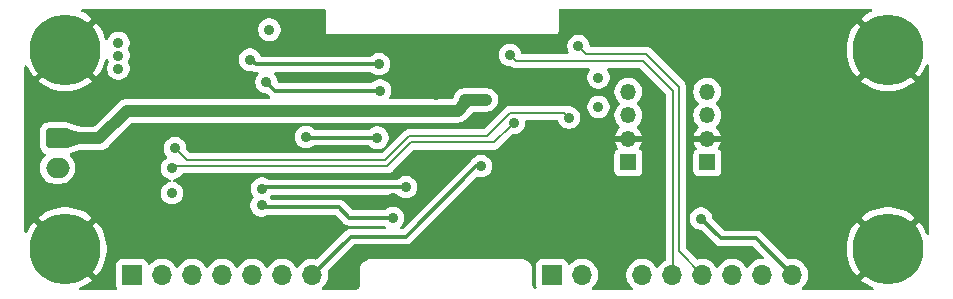
<source format=gbl>
%TF.GenerationSoftware,KiCad,Pcbnew,9.0.2*%
%TF.CreationDate,2025-07-06T18:25:15+02:00*%
%TF.ProjectId,Meshimi,4d657368-696d-4692-9e6b-696361645f70,v1.0*%
%TF.SameCoordinates,Original*%
%TF.FileFunction,Copper,L4,Bot*%
%TF.FilePolarity,Positive*%
%FSLAX46Y46*%
G04 Gerber Fmt 4.6, Leading zero omitted, Abs format (unit mm)*
G04 Created by KiCad (PCBNEW 9.0.2) date 2025-07-06 18:25:15*
%MOMM*%
%LPD*%
G01*
G04 APERTURE LIST*
G04 Aperture macros list*
%AMRoundRect*
0 Rectangle with rounded corners*
0 $1 Rounding radius*
0 $2 $3 $4 $5 $6 $7 $8 $9 X,Y pos of 4 corners*
0 Add a 4 corners polygon primitive as box body*
4,1,4,$2,$3,$4,$5,$6,$7,$8,$9,$2,$3,0*
0 Add four circle primitives for the rounded corners*
1,1,$1+$1,$2,$3*
1,1,$1+$1,$4,$5*
1,1,$1+$1,$6,$7*
1,1,$1+$1,$8,$9*
0 Add four rect primitives between the rounded corners*
20,1,$1+$1,$2,$3,$4,$5,0*
20,1,$1+$1,$4,$5,$6,$7,0*
20,1,$1+$1,$6,$7,$8,$9,0*
20,1,$1+$1,$8,$9,$2,$3,0*%
G04 Aperture macros list end*
%TA.AperFunction,ComponentPad*%
%ADD10C,0.800000*%
%TD*%
%TA.AperFunction,ComponentPad*%
%ADD11C,6.000000*%
%TD*%
%TA.AperFunction,ComponentPad*%
%ADD12R,1.350000X1.350000*%
%TD*%
%TA.AperFunction,ComponentPad*%
%ADD13O,1.350000X1.350000*%
%TD*%
%TA.AperFunction,ComponentPad*%
%ADD14RoundRect,0.250000X-0.750000X0.600000X-0.750000X-0.600000X0.750000X-0.600000X0.750000X0.600000X0*%
%TD*%
%TA.AperFunction,ComponentPad*%
%ADD15O,2.000000X1.700000*%
%TD*%
%TA.AperFunction,ComponentPad*%
%ADD16R,1.700000X1.700000*%
%TD*%
%TA.AperFunction,ComponentPad*%
%ADD17O,1.700000X1.700000*%
%TD*%
%TA.AperFunction,ViaPad*%
%ADD18C,0.900000*%
%TD*%
%TA.AperFunction,ViaPad*%
%ADD19C,0.700000*%
%TD*%
%TA.AperFunction,Conductor*%
%ADD20C,0.300000*%
%TD*%
%TA.AperFunction,Conductor*%
%ADD21C,1.000000*%
%TD*%
%TA.AperFunction,Conductor*%
%ADD22C,0.200000*%
%TD*%
G04 APERTURE END LIST*
D10*
%TO.P,H3,1,1*%
%TO.N,GND*%
X103700000Y-110600000D03*
X104359010Y-109009010D03*
X104359010Y-112190990D03*
X105950000Y-108350000D03*
D11*
X105950000Y-110600000D03*
D10*
X105950000Y-112850000D03*
X107540990Y-109009010D03*
X107540990Y-112190990D03*
X108200000Y-110600000D03*
%TD*%
D12*
%TO.P,J4,1,Pin_1*%
%TO.N,+3V3*%
X153630000Y-103293000D03*
D13*
%TO.P,J4,2,Pin_2*%
%TO.N,GND*%
X153630000Y-101293000D03*
%TO.P,J4,3,Pin_3*%
%TO.N,FLP_I2C_SDA*%
X153630000Y-99293000D03*
%TO.P,J4,4,Pin_4*%
%TO.N,FLP_I2C_SCL*%
X153630000Y-97293000D03*
%TD*%
D10*
%TO.P,H2,1,1*%
%TO.N,GND*%
X173350000Y-110600000D03*
X174009010Y-109009010D03*
X174009010Y-112190990D03*
X175600000Y-108350000D03*
D11*
X175600000Y-110600000D03*
D10*
X175600000Y-112850000D03*
X177190990Y-109009010D03*
X177190990Y-112190990D03*
X177850000Y-110600000D03*
%TD*%
D12*
%TO.P,J5,1,Pin_1*%
%TO.N,+3V3*%
X160317000Y-103293000D03*
D13*
%TO.P,J5,2,Pin_2*%
%TO.N,GND*%
X160317000Y-101293000D03*
%TO.P,J5,3,Pin_3*%
%TO.N,FLP_I2C_SDA*%
X160317000Y-99293000D03*
%TO.P,J5,4,Pin_4*%
%TO.N,FLP_I2C_SCL*%
X160317000Y-97293000D03*
%TD*%
D10*
%TO.P,H4,1,1*%
%TO.N,GND*%
X103700000Y-93750000D03*
X104359010Y-92159010D03*
X104359010Y-95340990D03*
X105950000Y-91500000D03*
D11*
X105950000Y-93750000D03*
D10*
X105950000Y-96000000D03*
X107540990Y-92159010D03*
X107540990Y-95340990D03*
X108200000Y-93750000D03*
%TD*%
D14*
%TO.P,J1,1,Pin_1*%
%TO.N,+BATT*%
X105300000Y-101250000D03*
D15*
%TO.P,J1,2,Pin_2*%
%TO.N,-BATT*%
X105300000Y-103750000D03*
%TD*%
D10*
%TO.P,H1,1,1*%
%TO.N,GND*%
X173350000Y-93750000D03*
X174009010Y-92159010D03*
X174009010Y-95340990D03*
X175600000Y-91500000D03*
D11*
X175600000Y-93750000D03*
D10*
X175600000Y-96000000D03*
X177190990Y-92159010D03*
X177190990Y-95340990D03*
X177850000Y-93750000D03*
%TD*%
D16*
%TO.P,J2,1,Pin_1*%
%TO.N,unconnected-(J2-Pin_1-Pad1)*%
X147180000Y-112825000D03*
D17*
%TO.P,J2,2,Pin_2*%
%TO.N,FLP_PA14*%
X149720000Y-112825000D03*
%TO.P,J2,3,Pin_3*%
%TO.N,GND*%
X152260000Y-112825000D03*
%TO.P,J2,4,Pin_4*%
%TO.N,FLP_PA13*%
X154800000Y-112825000D03*
%TO.P,J2,5,Pin_5*%
%TO.N,FLP_TX*%
X157340000Y-112825000D03*
%TO.P,J2,6,Pin_6*%
%TO.N,FLP_RX*%
X159880000Y-112825000D03*
%TO.P,J2,7,Pin_7*%
%TO.N,FLP_I2C_SDA*%
X162420000Y-112825000D03*
%TO.P,J2,8,Pin_8*%
%TO.N,FLP_I2C_SCL*%
X164960000Y-112825000D03*
%TO.P,J2,9,Pin_9*%
%TO.N,FLP_PB14*%
X167500000Y-112825000D03*
%TO.P,J2,10,Pin_10*%
%TO.N,GND*%
X170040000Y-112825000D03*
%TD*%
D16*
%TO.P,J3,1,Pin_1*%
%TO.N,FLP_5V*%
X111620000Y-112825000D03*
D17*
%TO.P,J3,2,Pin_2*%
%TO.N,unconnected-(J3-Pin_2-Pad2)*%
X114160000Y-112825000D03*
%TO.P,J3,3,Pin_3*%
%TO.N,unconnected-(J3-Pin_3-Pad3)*%
X116700000Y-112825000D03*
%TO.P,J3,4,Pin_4*%
%TO.N,unconnected-(J3-Pin_4-Pad4)*%
X119240000Y-112825000D03*
%TO.P,J3,5,Pin_5*%
%TO.N,unconnected-(J3-Pin_5-Pad5)*%
X121780000Y-112825000D03*
%TO.P,J3,6,Pin_6*%
%TO.N,FLP_RTS*%
X124320000Y-112825000D03*
%TO.P,J3,7,Pin_7*%
%TO.N,FLP_DTR*%
X126860000Y-112825000D03*
%TO.P,J3,8,Pin_8*%
%TO.N,GND*%
X129400000Y-112825000D03*
%TD*%
D18*
%TO.N,FLP_DTR*%
X141140000Y-103611000D03*
%TO.N,GND*%
X115700000Y-92100000D03*
X133665000Y-106260000D03*
X112350000Y-93237500D03*
X141902000Y-95610000D03*
X142410000Y-106532000D03*
X121709000Y-101325000D03*
X123900000Y-108200000D03*
X123360000Y-93832000D03*
D19*
X133901000Y-100436000D03*
D18*
X108300000Y-97600000D03*
X150792000Y-91673000D03*
X103400000Y-105900000D03*
X156070000Y-109269000D03*
X118534000Y-105262000D03*
X113816667Y-108200000D03*
X163492000Y-97515000D03*
X112650000Y-108200000D03*
X112350000Y-95337500D03*
X117010000Y-96626000D03*
X112350000Y-94287500D03*
X148704000Y-107548000D03*
X121201000Y-92054000D03*
X150157000Y-102849000D03*
X137300000Y-97600000D03*
X103400000Y-99100000D03*
X114983333Y-108200000D03*
X116150000Y-108200000D03*
X161150000Y-110793000D03*
%TO.N,+BATT*%
X141600000Y-98000000D03*
X139800000Y-98000000D03*
%TO.N,+3V3*%
X123233000Y-92054000D03*
X151100000Y-98600000D03*
X151100000Y-96100000D03*
X110450000Y-95337500D03*
X114978000Y-105897000D03*
X110450000Y-93187500D03*
X110450000Y-94237500D03*
%TO.N,LORA_NSS*%
X121582000Y-94594000D03*
X132504000Y-94975000D03*
%TO.N,LORA_RST*%
X122979000Y-96499000D03*
X132600000Y-97200000D03*
%TO.N,LORA_BUSY*%
X122598000Y-105516000D03*
X134790000Y-105389000D03*
%TO.N,LORA_DIO1*%
X122580500Y-106930500D03*
X133700000Y-108000000D03*
%TO.N,LORA_RF_SW*%
X126350000Y-101150000D03*
X132377000Y-101198000D03*
%TO.N,FLP_I2C_SCL*%
X115000000Y-103800000D03*
X143934000Y-99928000D03*
%TO.N,FLP_RX*%
X149395000Y-93451000D03*
%TO.N,FLP_I2C_SDA*%
X148600000Y-99500000D03*
X115232000Y-102087000D03*
%TO.N,FLP_TX*%
X143600000Y-94200000D03*
%TO.N,FLP_PB14*%
X159779108Y-108053061D03*
%TD*%
D20*
%TO.N,FLP_DTR*%
X140759000Y-103611000D02*
X134790000Y-109580000D01*
X134790000Y-109580000D02*
X130105000Y-109580000D01*
X130105000Y-109580000D02*
X126860000Y-112825000D01*
X141140000Y-103611000D02*
X140759000Y-103611000D01*
%TO.N,FLP_RTS*%
X124814000Y-112825000D02*
X124320000Y-112825000D01*
D21*
%TO.N,+BATT*%
X111188000Y-98912000D02*
X139188000Y-98912000D01*
X108850000Y-101250000D02*
X111188000Y-98912000D01*
X139800000Y-98300000D02*
X139800000Y-98000000D01*
X105300000Y-101250000D02*
X108850000Y-101250000D01*
X139188000Y-98912000D02*
X139800000Y-98300000D01*
X139800000Y-98000000D02*
X141600000Y-98000000D01*
D20*
%TO.N,LORA_NSS*%
X121582000Y-94594000D02*
X121709000Y-94594000D01*
X121709000Y-94594000D02*
X122090000Y-94975000D01*
X122090000Y-94975000D02*
X132504000Y-94975000D01*
%TO.N,LORA_RST*%
X132600000Y-97200000D02*
X123680000Y-97200000D01*
X123680000Y-97200000D02*
X122979000Y-96499000D01*
%TO.N,LORA_BUSY*%
X134790000Y-105389000D02*
X122868000Y-105389000D01*
X122741000Y-105516000D02*
X122598000Y-105516000D01*
X122868000Y-105389000D02*
X122741000Y-105516000D01*
%TO.N,LORA_DIO1*%
X129100000Y-107100000D02*
X130000000Y-108000000D01*
X122580500Y-106930500D02*
X122750000Y-107100000D01*
X130000000Y-108000000D02*
X133700000Y-108000000D01*
X122750000Y-107100000D02*
X129100000Y-107100000D01*
%TO.N,LORA_RF_SW*%
X132377000Y-101198000D02*
X132250000Y-101071000D01*
X132102000Y-101198000D02*
X126398000Y-101198000D01*
X132250000Y-101071000D02*
X132229000Y-101071000D01*
X132229000Y-101071000D02*
X132102000Y-101198000D01*
X126398000Y-101198000D02*
X126350000Y-101150000D01*
D22*
%TO.N,FLP_I2C_SCL*%
X135238240Y-101600000D02*
X133227240Y-103611000D01*
X143934000Y-99928000D02*
X143680000Y-99674000D01*
X142262000Y-101600000D02*
X135238240Y-101600000D01*
X115189000Y-103611000D02*
X115000000Y-103800000D01*
X143680000Y-100182000D02*
X142262000Y-101600000D01*
X143680000Y-99674000D02*
X143680000Y-100182000D01*
X133227240Y-103611000D02*
X115189000Y-103611000D01*
%TO.N,FLP_RX*%
X157904000Y-110804000D02*
X159900000Y-112800000D01*
X149395000Y-93451000D02*
X150030000Y-94086000D01*
X155110000Y-94086000D02*
X157904000Y-96880000D01*
X157904000Y-96880000D02*
X157904000Y-110804000D01*
X150030000Y-94086000D02*
X155110000Y-94086000D01*
%TO.N,FLP_I2C_SDA*%
X148209000Y-99109000D02*
X148600000Y-99500000D01*
X143610000Y-99109000D02*
X148209000Y-99109000D01*
X116248000Y-103103000D02*
X133012000Y-103103000D01*
X115232000Y-102087000D02*
X116248000Y-103103000D01*
X133012000Y-103103000D02*
X135044000Y-101071000D01*
X141648000Y-101071000D02*
X143610000Y-99109000D01*
X135044000Y-101071000D02*
X141648000Y-101071000D01*
%TO.N,FLP_TX*%
X157396000Y-97261000D02*
X157396000Y-112764000D01*
X154835000Y-94700000D02*
X157396000Y-97261000D01*
X144100000Y-94700000D02*
X154835000Y-94700000D01*
X157396000Y-112764000D02*
X157360000Y-112800000D01*
X143600000Y-94200000D02*
X144100000Y-94700000D01*
D20*
%TO.N,FLP_PB14*%
X161433047Y-109707000D02*
X164427000Y-109707000D01*
X164427000Y-109707000D02*
X167520000Y-112800000D01*
X159779108Y-108053061D02*
X161433047Y-109707000D01*
%TD*%
%TA.AperFunction,Conductor*%
%TO.N,GND*%
G36*
X127938539Y-90320185D02*
G01*
X127984294Y-90372989D01*
X127995500Y-90424500D01*
X127995500Y-92146144D01*
X127995895Y-92147620D01*
X128019387Y-92235290D01*
X128019388Y-92235293D01*
X128065526Y-92315205D01*
X128065529Y-92315209D01*
X128065531Y-92315212D01*
X128130788Y-92380469D01*
X128130791Y-92380470D01*
X128130794Y-92380473D01*
X128210706Y-92426611D01*
X128210707Y-92426611D01*
X128210712Y-92426614D01*
X128299856Y-92450500D01*
X128299858Y-92450500D01*
X147410142Y-92450500D01*
X147410144Y-92450500D01*
X147499288Y-92426614D01*
X147579212Y-92380469D01*
X147644469Y-92315212D01*
X147690614Y-92235288D01*
X147714500Y-92146144D01*
X147714500Y-90424500D01*
X147734185Y-90357461D01*
X147786989Y-90311706D01*
X147838500Y-90300500D01*
X174158500Y-90300500D01*
X174225539Y-90320185D01*
X174271294Y-90372989D01*
X174281238Y-90442147D01*
X174252213Y-90505703D01*
X174205953Y-90539061D01*
X174101758Y-90582219D01*
X174101744Y-90582226D01*
X173798481Y-90744322D01*
X173798463Y-90744333D01*
X173512546Y-90935377D01*
X173512532Y-90935387D01*
X173307338Y-91103786D01*
X174730893Y-92527340D01*
X174622816Y-92605864D01*
X174455864Y-92772816D01*
X174377341Y-92880893D01*
X172953786Y-91457338D01*
X172785387Y-91662532D01*
X172785377Y-91662546D01*
X172594333Y-91948463D01*
X172594322Y-91948481D01*
X172432226Y-92251744D01*
X172432219Y-92251758D01*
X172300623Y-92569459D01*
X172200792Y-92898556D01*
X172200791Y-92898562D01*
X172133708Y-93235817D01*
X172133705Y-93235834D01*
X172100000Y-93578059D01*
X172100000Y-93921940D01*
X172133705Y-94264165D01*
X172133708Y-94264182D01*
X172200791Y-94601437D01*
X172200792Y-94601443D01*
X172300623Y-94930540D01*
X172432219Y-95248241D01*
X172432226Y-95248255D01*
X172594322Y-95551518D01*
X172594333Y-95551536D01*
X172785377Y-95837453D01*
X172785387Y-95837467D01*
X172953785Y-96042659D01*
X172953786Y-96042660D01*
X174377340Y-94619105D01*
X174455864Y-94727184D01*
X174622816Y-94894136D01*
X174730893Y-94972658D01*
X173307338Y-96396212D01*
X173307339Y-96396213D01*
X173512533Y-96564612D01*
X173512546Y-96564622D01*
X173798463Y-96755666D01*
X173798481Y-96755677D01*
X174101744Y-96917773D01*
X174101758Y-96917780D01*
X174419459Y-97049376D01*
X174748556Y-97149207D01*
X174748562Y-97149208D01*
X175085817Y-97216291D01*
X175085834Y-97216294D01*
X175428059Y-97250000D01*
X175771941Y-97250000D01*
X176114165Y-97216294D01*
X176114182Y-97216291D01*
X176451437Y-97149208D01*
X176451443Y-97149207D01*
X176780540Y-97049376D01*
X177098241Y-96917780D01*
X177098255Y-96917773D01*
X177401518Y-96755677D01*
X177401536Y-96755666D01*
X177687453Y-96564622D01*
X177687466Y-96564612D01*
X177892659Y-96396213D01*
X177892659Y-96396212D01*
X176469106Y-94972659D01*
X176577184Y-94894136D01*
X176744136Y-94727184D01*
X176822659Y-94619105D01*
X178246212Y-96042659D01*
X178246213Y-96042659D01*
X178414612Y-95837466D01*
X178414622Y-95837453D01*
X178605666Y-95551536D01*
X178605677Y-95551518D01*
X178767773Y-95248255D01*
X178767783Y-95248234D01*
X178860939Y-95023336D01*
X178904780Y-94968932D01*
X178971074Y-94946867D01*
X179038773Y-94964146D01*
X179086384Y-95015283D01*
X179099500Y-95070788D01*
X179099500Y-109279211D01*
X179079815Y-109346250D01*
X179027011Y-109392005D01*
X178957853Y-109401949D01*
X178894297Y-109372924D01*
X178860939Y-109326664D01*
X178767780Y-109101758D01*
X178767773Y-109101744D01*
X178605677Y-108798481D01*
X178605666Y-108798463D01*
X178414622Y-108512546D01*
X178414612Y-108512533D01*
X178246213Y-108307339D01*
X178246212Y-108307338D01*
X176822658Y-109730893D01*
X176744136Y-109622816D01*
X176577184Y-109455864D01*
X176469105Y-109377340D01*
X177892660Y-107953786D01*
X177892659Y-107953785D01*
X177687467Y-107785387D01*
X177687453Y-107785377D01*
X177401536Y-107594333D01*
X177401518Y-107594322D01*
X177098255Y-107432226D01*
X177098241Y-107432219D01*
X176780540Y-107300623D01*
X176451443Y-107200792D01*
X176451437Y-107200791D01*
X176114182Y-107133708D01*
X176114165Y-107133705D01*
X175771941Y-107100000D01*
X175428059Y-107100000D01*
X175085834Y-107133705D01*
X175085817Y-107133708D01*
X174748562Y-107200791D01*
X174748556Y-107200792D01*
X174419459Y-107300623D01*
X174101758Y-107432219D01*
X174101744Y-107432226D01*
X173798481Y-107594322D01*
X173798463Y-107594333D01*
X173512546Y-107785377D01*
X173512532Y-107785387D01*
X173307338Y-107953786D01*
X174730893Y-109377341D01*
X174622816Y-109455864D01*
X174455864Y-109622816D01*
X174377341Y-109730893D01*
X172953786Y-108307338D01*
X172785387Y-108512532D01*
X172785377Y-108512546D01*
X172594333Y-108798463D01*
X172594322Y-108798481D01*
X172432226Y-109101744D01*
X172432219Y-109101758D01*
X172300623Y-109419459D01*
X172200792Y-109748556D01*
X172200791Y-109748562D01*
X172133708Y-110085817D01*
X172133705Y-110085834D01*
X172100000Y-110428059D01*
X172100000Y-110771940D01*
X172133705Y-111114165D01*
X172133708Y-111114182D01*
X172200791Y-111451437D01*
X172200792Y-111451443D01*
X172300623Y-111780540D01*
X172432219Y-112098241D01*
X172432226Y-112098255D01*
X172594322Y-112401518D01*
X172594333Y-112401536D01*
X172785377Y-112687453D01*
X172785387Y-112687467D01*
X172953785Y-112892659D01*
X172953786Y-112892660D01*
X174377340Y-111469105D01*
X174455864Y-111577184D01*
X174622816Y-111744136D01*
X174730893Y-111822658D01*
X173307338Y-113246212D01*
X173307339Y-113246213D01*
X173512533Y-113414612D01*
X173512546Y-113414622D01*
X173798463Y-113605666D01*
X173798481Y-113605677D01*
X174101744Y-113767773D01*
X174101758Y-113767780D01*
X174326664Y-113860939D01*
X174381067Y-113904780D01*
X174403132Y-113971074D01*
X174385853Y-114038773D01*
X174334716Y-114086384D01*
X174279211Y-114099500D01*
X168425043Y-114099500D01*
X168358004Y-114079815D01*
X168312249Y-114027011D01*
X168302305Y-113957853D01*
X168331330Y-113894297D01*
X168352158Y-113875181D01*
X168379792Y-113855104D01*
X168530104Y-113704792D01*
X168530106Y-113704788D01*
X168530109Y-113704786D01*
X168655048Y-113532820D01*
X168655047Y-113532820D01*
X168655051Y-113532816D01*
X168751557Y-113343412D01*
X168817246Y-113141243D01*
X168850500Y-112931287D01*
X168850500Y-112718713D01*
X168817246Y-112508757D01*
X168751557Y-112306588D01*
X168655051Y-112117184D01*
X168655049Y-112117181D01*
X168655048Y-112117179D01*
X168530109Y-111945213D01*
X168379786Y-111794890D01*
X168207820Y-111669951D01*
X168018414Y-111573444D01*
X168018413Y-111573443D01*
X168018412Y-111573443D01*
X167816243Y-111507754D01*
X167816241Y-111507753D01*
X167816240Y-111507753D01*
X167654957Y-111482208D01*
X167606287Y-111474500D01*
X167393713Y-111474500D01*
X167336123Y-111483621D01*
X167215033Y-111502800D01*
X167145739Y-111493845D01*
X167107954Y-111468008D01*
X166152639Y-110512693D01*
X164841674Y-109201727D01*
X164841673Y-109201726D01*
X164841669Y-109201723D01*
X164735127Y-109130535D01*
X164665653Y-109101758D01*
X164616744Y-109081499D01*
X164616738Y-109081497D01*
X164491071Y-109056500D01*
X164491069Y-109056500D01*
X161753855Y-109056500D01*
X161686816Y-109036815D01*
X161666174Y-109020181D01*
X160765927Y-108119934D01*
X160751223Y-108093006D01*
X160734631Y-108067188D01*
X160733739Y-108060987D01*
X160732442Y-108058611D01*
X160729608Y-108032253D01*
X160729608Y-107959444D01*
X160729607Y-107959440D01*
X160728482Y-107953785D01*
X160693081Y-107775810D01*
X160621430Y-107602830D01*
X160621429Y-107602829D01*
X160621426Y-107602823D01*
X160517410Y-107447153D01*
X160517407Y-107447149D01*
X160385019Y-107314761D01*
X160385015Y-107314758D01*
X160229345Y-107210742D01*
X160229336Y-107210737D01*
X160056359Y-107139088D01*
X160056351Y-107139086D01*
X159872728Y-107102561D01*
X159872724Y-107102561D01*
X159685492Y-107102561D01*
X159685487Y-107102561D01*
X159501864Y-107139086D01*
X159501856Y-107139088D01*
X159328879Y-107210737D01*
X159328870Y-107210742D01*
X159173200Y-107314758D01*
X159173196Y-107314761D01*
X159040808Y-107447149D01*
X159040805Y-107447153D01*
X158936789Y-107602823D01*
X158936784Y-107602832D01*
X158865135Y-107775809D01*
X158865133Y-107775817D01*
X158828608Y-107959440D01*
X158828608Y-108146681D01*
X158865133Y-108330304D01*
X158865135Y-108330312D01*
X158936784Y-108503289D01*
X158936789Y-108503298D01*
X159040805Y-108658968D01*
X159040808Y-108658972D01*
X159173196Y-108791360D01*
X159173200Y-108791363D01*
X159328870Y-108895379D01*
X159328876Y-108895382D01*
X159328877Y-108895383D01*
X159501857Y-108967034D01*
X159685356Y-109003534D01*
X159685487Y-109003560D01*
X159685491Y-109003561D01*
X159685492Y-109003561D01*
X159758300Y-109003561D01*
X159825339Y-109023246D01*
X159845981Y-109039880D01*
X161018372Y-110212272D01*
X161018375Y-110212275D01*
X161018378Y-110212277D01*
X161066489Y-110244423D01*
X161124920Y-110283465D01*
X161243303Y-110332501D01*
X161243307Y-110332501D01*
X161243308Y-110332502D01*
X161368975Y-110357500D01*
X161368978Y-110357500D01*
X164106192Y-110357500D01*
X164173231Y-110377185D01*
X164193873Y-110393819D01*
X165062873Y-111262819D01*
X165096358Y-111324142D01*
X165091374Y-111393834D01*
X165049502Y-111449767D01*
X164984038Y-111474184D01*
X164975192Y-111474500D01*
X164853713Y-111474500D01*
X164805042Y-111482208D01*
X164643760Y-111507753D01*
X164441585Y-111573444D01*
X164252179Y-111669951D01*
X164080213Y-111794890D01*
X163929890Y-111945213D01*
X163804949Y-112117182D01*
X163800484Y-112125946D01*
X163752509Y-112176742D01*
X163684688Y-112193536D01*
X163618553Y-112170998D01*
X163579516Y-112125946D01*
X163575050Y-112117182D01*
X163450109Y-111945213D01*
X163299786Y-111794890D01*
X163127820Y-111669951D01*
X162938414Y-111573444D01*
X162938413Y-111573443D01*
X162938412Y-111573443D01*
X162736243Y-111507754D01*
X162736241Y-111507753D01*
X162736240Y-111507753D01*
X162574957Y-111482208D01*
X162526287Y-111474500D01*
X162313713Y-111474500D01*
X162265042Y-111482208D01*
X162103760Y-111507753D01*
X161901585Y-111573444D01*
X161712179Y-111669951D01*
X161540213Y-111794890D01*
X161389890Y-111945213D01*
X161264949Y-112117182D01*
X161260484Y-112125946D01*
X161212509Y-112176742D01*
X161144688Y-112193536D01*
X161078553Y-112170998D01*
X161039516Y-112125946D01*
X161035050Y-112117182D01*
X160910109Y-111945213D01*
X160759786Y-111794890D01*
X160587820Y-111669951D01*
X160398414Y-111573444D01*
X160398413Y-111573443D01*
X160398412Y-111573443D01*
X160196243Y-111507754D01*
X160196241Y-111507753D01*
X160196240Y-111507753D01*
X160034957Y-111482208D01*
X159986287Y-111474500D01*
X159773713Y-111474500D01*
X159703727Y-111485584D01*
X159563755Y-111507754D01*
X159555440Y-111510456D01*
X159485599Y-111512451D01*
X159429441Y-111480206D01*
X158540819Y-110591584D01*
X158507334Y-110530261D01*
X158504500Y-110503903D01*
X158504500Y-97200486D01*
X159141500Y-97200486D01*
X159141500Y-97385514D01*
X159154752Y-97469185D01*
X159170445Y-97568265D01*
X159227619Y-97744232D01*
X159227620Y-97744235D01*
X159287471Y-97861697D01*
X159311622Y-97909096D01*
X159420379Y-98058787D01*
X159551213Y-98189621D01*
X159555421Y-98192678D01*
X159555432Y-98192686D01*
X159598094Y-98248019D01*
X159604069Y-98317633D01*
X159571459Y-98379426D01*
X159555432Y-98393314D01*
X159551210Y-98396381D01*
X159420381Y-98527210D01*
X159420381Y-98527211D01*
X159420379Y-98527213D01*
X159383218Y-98578361D01*
X159311622Y-98676903D01*
X159227620Y-98841764D01*
X159227619Y-98841767D01*
X159170445Y-99017734D01*
X159141500Y-99200486D01*
X159141500Y-99385513D01*
X159170445Y-99568265D01*
X159227619Y-99744232D01*
X159227620Y-99744235D01*
X159303561Y-99893275D01*
X159311622Y-99909096D01*
X159420379Y-100058787D01*
X159551213Y-100189621D01*
X159555847Y-100192988D01*
X159598515Y-100248313D01*
X159604498Y-100317926D01*
X159571895Y-100379723D01*
X159555860Y-100393620D01*
X159551542Y-100396757D01*
X159551536Y-100396762D01*
X159420758Y-100527540D01*
X159420754Y-100527545D01*
X159312052Y-100677162D01*
X159228084Y-100841956D01*
X159228082Y-100841962D01*
X159170932Y-101017855D01*
X159166950Y-101042999D01*
X159166950Y-101043000D01*
X160001314Y-101043000D01*
X159996920Y-101047394D01*
X159944259Y-101138606D01*
X159917000Y-101240339D01*
X159917000Y-101345661D01*
X159944259Y-101447394D01*
X159996920Y-101538606D01*
X160001314Y-101543000D01*
X159166950Y-101543000D01*
X159170932Y-101568144D01*
X159228082Y-101744037D01*
X159228084Y-101744043D01*
X159312049Y-101908833D01*
X159395946Y-102024308D01*
X159419425Y-102090115D01*
X159403599Y-102158169D01*
X159369939Y-102196459D01*
X159284452Y-102260455D01*
X159198206Y-102375664D01*
X159198202Y-102375671D01*
X159147908Y-102510517D01*
X159142713Y-102558841D01*
X159141501Y-102570123D01*
X159141500Y-102570135D01*
X159141500Y-104015870D01*
X159141501Y-104015876D01*
X159147908Y-104075483D01*
X159198202Y-104210328D01*
X159198206Y-104210335D01*
X159284452Y-104325544D01*
X159284455Y-104325547D01*
X159399664Y-104411793D01*
X159399671Y-104411797D01*
X159534517Y-104462091D01*
X159534516Y-104462091D01*
X159541444Y-104462835D01*
X159594127Y-104468500D01*
X161039872Y-104468499D01*
X161099483Y-104462091D01*
X161234331Y-104411796D01*
X161349546Y-104325546D01*
X161435796Y-104210331D01*
X161486091Y-104075483D01*
X161492500Y-104015873D01*
X161492499Y-102570128D01*
X161486091Y-102510517D01*
X161460801Y-102442712D01*
X161435797Y-102375671D01*
X161435793Y-102375664D01*
X161349547Y-102260455D01*
X161264059Y-102196458D01*
X161222189Y-102140524D01*
X161217205Y-102070832D01*
X161238054Y-102024306D01*
X161321947Y-101908838D01*
X161405915Y-101744043D01*
X161405917Y-101744037D01*
X161463067Y-101568144D01*
X161467049Y-101543000D01*
X160632686Y-101543000D01*
X160637080Y-101538606D01*
X160689741Y-101447394D01*
X160717000Y-101345661D01*
X160717000Y-101240339D01*
X160689741Y-101138606D01*
X160637080Y-101047394D01*
X160632686Y-101043000D01*
X161467050Y-101043000D01*
X161467049Y-101042999D01*
X161463067Y-101017855D01*
X161405917Y-100841962D01*
X161405915Y-100841956D01*
X161321947Y-100677162D01*
X161213245Y-100527545D01*
X161213241Y-100527540D01*
X161082459Y-100396758D01*
X161082452Y-100396752D01*
X161078148Y-100393625D01*
X161035482Y-100338295D01*
X161029504Y-100268682D01*
X161062110Y-100206887D01*
X161078155Y-100192986D01*
X161082787Y-100189621D01*
X161213621Y-100058787D01*
X161322378Y-99909096D01*
X161406379Y-99744235D01*
X161463555Y-99568264D01*
X161492500Y-99385514D01*
X161492500Y-99200486D01*
X161463555Y-99017736D01*
X161417909Y-98877251D01*
X161406380Y-98841767D01*
X161406379Y-98841764D01*
X161330895Y-98693620D01*
X161322378Y-98676904D01*
X161213621Y-98527213D01*
X161082787Y-98396379D01*
X161078576Y-98393319D01*
X161035909Y-98337994D01*
X161029926Y-98268381D01*
X161062529Y-98206585D01*
X161078570Y-98192684D01*
X161082787Y-98189621D01*
X161213621Y-98058787D01*
X161322378Y-97909096D01*
X161406379Y-97744235D01*
X161463555Y-97568264D01*
X161492500Y-97385514D01*
X161492500Y-97200486D01*
X161463555Y-97017736D01*
X161406379Y-96841765D01*
X161406379Y-96841764D01*
X161337156Y-96705908D01*
X161322378Y-96676904D01*
X161213621Y-96527213D01*
X161082787Y-96396379D01*
X160933096Y-96287622D01*
X160929962Y-96286025D01*
X160768235Y-96203620D01*
X160768232Y-96203619D01*
X160592265Y-96146445D01*
X160500889Y-96131972D01*
X160409514Y-96117500D01*
X160224486Y-96117500D01*
X160163569Y-96127148D01*
X160041734Y-96146445D01*
X159865767Y-96203619D01*
X159865764Y-96203620D01*
X159700903Y-96287622D01*
X159615499Y-96349672D01*
X159551213Y-96396379D01*
X159551211Y-96396381D01*
X159551210Y-96396381D01*
X159420381Y-96527210D01*
X159420381Y-96527211D01*
X159420379Y-96527213D01*
X159403651Y-96550237D01*
X159311622Y-96676903D01*
X159227620Y-96841764D01*
X159227619Y-96841767D01*
X159170445Y-97017734D01*
X159156404Y-97106384D01*
X159141500Y-97200486D01*
X158504500Y-97200486D01*
X158504500Y-96969060D01*
X158504501Y-96969047D01*
X158504501Y-96800944D01*
X158504501Y-96800943D01*
X158463577Y-96648216D01*
X158432329Y-96594092D01*
X158384524Y-96511290D01*
X158384518Y-96511282D01*
X155597590Y-93724355D01*
X155590521Y-93717286D01*
X155590520Y-93717284D01*
X155478716Y-93605480D01*
X155391904Y-93555360D01*
X155391904Y-93555359D01*
X155391900Y-93555358D01*
X155341785Y-93526423D01*
X155189057Y-93485499D01*
X155030943Y-93485499D01*
X155023347Y-93485499D01*
X155023331Y-93485500D01*
X150469500Y-93485500D01*
X150402461Y-93465815D01*
X150356706Y-93413011D01*
X150345500Y-93361500D01*
X150345500Y-93357383D01*
X150345499Y-93357379D01*
X150330330Y-93281120D01*
X150308973Y-93173749D01*
X150253554Y-93039956D01*
X150237323Y-93000771D01*
X150237318Y-93000762D01*
X150133302Y-92845092D01*
X150133299Y-92845088D01*
X150000911Y-92712700D01*
X150000907Y-92712697D01*
X149845237Y-92608681D01*
X149845228Y-92608676D01*
X149672251Y-92537027D01*
X149672243Y-92537025D01*
X149488620Y-92500500D01*
X149488616Y-92500500D01*
X149301384Y-92500500D01*
X149301379Y-92500500D01*
X149117756Y-92537025D01*
X149117748Y-92537027D01*
X148944771Y-92608676D01*
X148944762Y-92608681D01*
X148789092Y-92712697D01*
X148789088Y-92712700D01*
X148656700Y-92845088D01*
X148656697Y-92845092D01*
X148552681Y-93000762D01*
X148552676Y-93000771D01*
X148481027Y-93173748D01*
X148481025Y-93173756D01*
X148444500Y-93357379D01*
X148444500Y-93544620D01*
X148481025Y-93728243D01*
X148481027Y-93728251D01*
X148552676Y-93901228D01*
X148552682Y-93901238D01*
X148556270Y-93906608D01*
X148577149Y-93973285D01*
X148558665Y-94040665D01*
X148506687Y-94087356D01*
X148453169Y-94099500D01*
X144650895Y-94099500D01*
X144583856Y-94079815D01*
X144538101Y-94027011D01*
X144529278Y-93999691D01*
X144513974Y-93922756D01*
X144513973Y-93922749D01*
X144442322Y-93749769D01*
X144442321Y-93749768D01*
X144442318Y-93749762D01*
X144338302Y-93594092D01*
X144338299Y-93594088D01*
X144205911Y-93461700D01*
X144205907Y-93461697D01*
X144050237Y-93357681D01*
X144050228Y-93357676D01*
X143877251Y-93286027D01*
X143877243Y-93286025D01*
X143693620Y-93249500D01*
X143693616Y-93249500D01*
X143506384Y-93249500D01*
X143506379Y-93249500D01*
X143322756Y-93286025D01*
X143322748Y-93286027D01*
X143149771Y-93357676D01*
X143149762Y-93357681D01*
X142994092Y-93461697D01*
X142994088Y-93461700D01*
X142861700Y-93594088D01*
X142861697Y-93594092D01*
X142757681Y-93749762D01*
X142757676Y-93749771D01*
X142686027Y-93922748D01*
X142686025Y-93922756D01*
X142649500Y-94106379D01*
X142649500Y-94293620D01*
X142686025Y-94477243D01*
X142686027Y-94477251D01*
X142757676Y-94650228D01*
X142757681Y-94650237D01*
X142861697Y-94805907D01*
X142861700Y-94805911D01*
X142994088Y-94938299D01*
X142994092Y-94938302D01*
X143149762Y-95042318D01*
X143149771Y-95042323D01*
X143154392Y-95044237D01*
X143322749Y-95113973D01*
X143500004Y-95149231D01*
X143506379Y-95150499D01*
X143506383Y-95150500D01*
X143650069Y-95150500D01*
X143717108Y-95170185D01*
X143725557Y-95176125D01*
X143731281Y-95180517D01*
X143731284Y-95180520D01*
X143731287Y-95180521D01*
X143731290Y-95180524D01*
X143851628Y-95250000D01*
X143868216Y-95259577D01*
X144020943Y-95300501D01*
X144020945Y-95300501D01*
X144186654Y-95300501D01*
X144186670Y-95300500D01*
X150259064Y-95300500D01*
X150326103Y-95320185D01*
X150371858Y-95372989D01*
X150381802Y-95442147D01*
X150362166Y-95493391D01*
X150257681Y-95649762D01*
X150257676Y-95649771D01*
X150186027Y-95822748D01*
X150186025Y-95822756D01*
X150149500Y-96006379D01*
X150149500Y-96193620D01*
X150186025Y-96377243D01*
X150186027Y-96377251D01*
X150257676Y-96550228D01*
X150257681Y-96550237D01*
X150361697Y-96705907D01*
X150361700Y-96705911D01*
X150494088Y-96838299D01*
X150494092Y-96838302D01*
X150649762Y-96942318D01*
X150649771Y-96942323D01*
X150666463Y-96949237D01*
X150822749Y-97013973D01*
X151000733Y-97049376D01*
X151006379Y-97050499D01*
X151006383Y-97050500D01*
X151006384Y-97050500D01*
X151193617Y-97050500D01*
X151193618Y-97050499D01*
X151377251Y-97013973D01*
X151550231Y-96942322D01*
X151705908Y-96838302D01*
X151838302Y-96705908D01*
X151942322Y-96550231D01*
X152013973Y-96377251D01*
X152050500Y-96193616D01*
X152050500Y-96006384D01*
X152013973Y-95822749D01*
X151942322Y-95649769D01*
X151942321Y-95649768D01*
X151942318Y-95649762D01*
X151837834Y-95493391D01*
X151816956Y-95426713D01*
X151835441Y-95359333D01*
X151887419Y-95312643D01*
X151940936Y-95300500D01*
X154534903Y-95300500D01*
X154601942Y-95320185D01*
X154622584Y-95336819D01*
X156759181Y-97473416D01*
X156792666Y-97534739D01*
X156795500Y-97561097D01*
X156795500Y-111510747D01*
X156775815Y-111577786D01*
X156727796Y-111621231D01*
X156632182Y-111669949D01*
X156460213Y-111794890D01*
X156309890Y-111945213D01*
X156184949Y-112117182D01*
X156180484Y-112125946D01*
X156132509Y-112176742D01*
X156064688Y-112193536D01*
X155998553Y-112170998D01*
X155959516Y-112125946D01*
X155955050Y-112117182D01*
X155830109Y-111945213D01*
X155679786Y-111794890D01*
X155507820Y-111669951D01*
X155318414Y-111573444D01*
X155318413Y-111573443D01*
X155318412Y-111573443D01*
X155116243Y-111507754D01*
X155116241Y-111507753D01*
X155116240Y-111507753D01*
X154954957Y-111482208D01*
X154906287Y-111474500D01*
X154693713Y-111474500D01*
X154645042Y-111482208D01*
X154483760Y-111507753D01*
X154281585Y-111573444D01*
X154092179Y-111669951D01*
X153920213Y-111794890D01*
X153769890Y-111945213D01*
X153644951Y-112117179D01*
X153548444Y-112306585D01*
X153482753Y-112508760D01*
X153449500Y-112718713D01*
X153449500Y-112931286D01*
X153482753Y-113141239D01*
X153548444Y-113343414D01*
X153644951Y-113532820D01*
X153769890Y-113704786D01*
X153769896Y-113704792D01*
X153920208Y-113855104D01*
X153947842Y-113875181D01*
X153990508Y-113930511D01*
X153996487Y-114000124D01*
X153963882Y-114061920D01*
X153903043Y-114096277D01*
X153874957Y-114099500D01*
X150645043Y-114099500D01*
X150578004Y-114079815D01*
X150532249Y-114027011D01*
X150522305Y-113957853D01*
X150551330Y-113894297D01*
X150572158Y-113875181D01*
X150599792Y-113855104D01*
X150750104Y-113704792D01*
X150750106Y-113704788D01*
X150750109Y-113704786D01*
X150875048Y-113532820D01*
X150875047Y-113532820D01*
X150875051Y-113532816D01*
X150971557Y-113343412D01*
X151037246Y-113141243D01*
X151070500Y-112931287D01*
X151070500Y-112718713D01*
X151037246Y-112508757D01*
X150971557Y-112306588D01*
X150875051Y-112117184D01*
X150875049Y-112117181D01*
X150875048Y-112117179D01*
X150750109Y-111945213D01*
X150599786Y-111794890D01*
X150427820Y-111669951D01*
X150238414Y-111573444D01*
X150238413Y-111573443D01*
X150238412Y-111573443D01*
X150036243Y-111507754D01*
X150036241Y-111507753D01*
X150036240Y-111507753D01*
X149874957Y-111482208D01*
X149826287Y-111474500D01*
X149613713Y-111474500D01*
X149565042Y-111482208D01*
X149403760Y-111507753D01*
X149201585Y-111573444D01*
X149012179Y-111669951D01*
X148840215Y-111794889D01*
X148726673Y-111908431D01*
X148665350Y-111941915D01*
X148595658Y-111936931D01*
X148539725Y-111895059D01*
X148522810Y-111864082D01*
X148473797Y-111732671D01*
X148473793Y-111732664D01*
X148387547Y-111617455D01*
X148387544Y-111617452D01*
X148272335Y-111531206D01*
X148272328Y-111531202D01*
X148137482Y-111480908D01*
X148137483Y-111480908D01*
X148077883Y-111474501D01*
X148077881Y-111474500D01*
X148077873Y-111474500D01*
X148077864Y-111474500D01*
X146282129Y-111474500D01*
X146282123Y-111474501D01*
X146222516Y-111480908D01*
X146087671Y-111531202D01*
X146087664Y-111531206D01*
X145972455Y-111617452D01*
X145972452Y-111617455D01*
X145886206Y-111732664D01*
X145886202Y-111732671D01*
X145835908Y-111867517D01*
X145829501Y-111927116D01*
X145829500Y-111927135D01*
X145829500Y-113722870D01*
X145829501Y-113722876D01*
X145835908Y-113782481D01*
X145848107Y-113815188D01*
X145848752Y-113824218D01*
X145853090Y-113832162D01*
X145851205Y-113858518D01*
X145853090Y-113884880D01*
X145848751Y-113892824D01*
X145848106Y-113901854D01*
X145832269Y-113923008D01*
X145819604Y-113946203D01*
X145811657Y-113950541D01*
X145806234Y-113957787D01*
X145781477Y-113967020D01*
X145758280Y-113979687D01*
X145749250Y-113979040D01*
X145740770Y-113982204D01*
X145714949Y-113976586D01*
X145688588Y-113974701D01*
X145679535Y-113968883D01*
X145672497Y-113967352D01*
X145644243Y-113946201D01*
X145619355Y-113921313D01*
X145602042Y-113899604D01*
X145598707Y-113894297D01*
X145557398Y-113828553D01*
X145545351Y-113803537D01*
X145537983Y-113782481D01*
X145517636Y-113724331D01*
X145511459Y-113697263D01*
X145511348Y-113696281D01*
X145501280Y-113606922D01*
X145500500Y-113593038D01*
X145500500Y-112311306D01*
X145500499Y-112311304D01*
X145465896Y-112137341D01*
X145465893Y-112137332D01*
X145398016Y-111973459D01*
X145398009Y-111973446D01*
X145299464Y-111825965D01*
X145299461Y-111825961D01*
X145174038Y-111700538D01*
X145174034Y-111700535D01*
X145026553Y-111601990D01*
X145026540Y-111601983D01*
X144862667Y-111534106D01*
X144862658Y-111534103D01*
X144688694Y-111499500D01*
X144688691Y-111499500D01*
X144639562Y-111499500D01*
X131847595Y-111499500D01*
X131800000Y-111499500D01*
X131711309Y-111499500D01*
X131711306Y-111499500D01*
X131537341Y-111534103D01*
X131537332Y-111534106D01*
X131373459Y-111601983D01*
X131373446Y-111601990D01*
X131225965Y-111700535D01*
X131225961Y-111700538D01*
X131100538Y-111825961D01*
X131100535Y-111825965D01*
X131001990Y-111973446D01*
X131001983Y-111973459D01*
X130934106Y-112137332D01*
X130934103Y-112137341D01*
X130899500Y-112311304D01*
X130899500Y-113593038D01*
X130898720Y-113606922D01*
X130898720Y-113606923D01*
X130888540Y-113697264D01*
X130882362Y-113724333D01*
X130854648Y-113803537D01*
X130842600Y-113828555D01*
X130797957Y-113899604D01*
X130780644Y-113921313D01*
X130721313Y-113980644D01*
X130699604Y-113997957D01*
X130628555Y-114042600D01*
X130603537Y-114054648D01*
X130524333Y-114082362D01*
X130497264Y-114088540D01*
X130417075Y-114097576D01*
X130406921Y-114098720D01*
X130393038Y-114099500D01*
X127785043Y-114099500D01*
X127718004Y-114079815D01*
X127672249Y-114027011D01*
X127662305Y-113957853D01*
X127691330Y-113894297D01*
X127712158Y-113875181D01*
X127739792Y-113855104D01*
X127890104Y-113704792D01*
X127890106Y-113704788D01*
X127890109Y-113704786D01*
X128015048Y-113532820D01*
X128015047Y-113532820D01*
X128015051Y-113532816D01*
X128111557Y-113343412D01*
X128177246Y-113141243D01*
X128210500Y-112931287D01*
X128210500Y-112718713D01*
X128182863Y-112544218D01*
X128176484Y-112503945D01*
X128178123Y-112503685D01*
X128181257Y-112441126D01*
X128210655Y-112394289D01*
X130338127Y-110266819D01*
X130399450Y-110233334D01*
X130425808Y-110230500D01*
X134854071Y-110230500D01*
X134945705Y-110212272D01*
X134979744Y-110205501D01*
X135098127Y-110156465D01*
X135204669Y-110085277D01*
X140735176Y-104554768D01*
X140796497Y-104521285D01*
X140858851Y-104523791D01*
X140862749Y-104524973D01*
X141046379Y-104561499D01*
X141046383Y-104561500D01*
X141046384Y-104561500D01*
X141233617Y-104561500D01*
X141233618Y-104561499D01*
X141417251Y-104524973D01*
X141590231Y-104453322D01*
X141745908Y-104349302D01*
X141878302Y-104216908D01*
X141982322Y-104061231D01*
X142053973Y-103888251D01*
X142090500Y-103704616D01*
X142090500Y-103517384D01*
X142053973Y-103333749D01*
X141982322Y-103160769D01*
X141982321Y-103160768D01*
X141982318Y-103160762D01*
X141878302Y-103005092D01*
X141878299Y-103005088D01*
X141745911Y-102872700D01*
X141745907Y-102872697D01*
X141590237Y-102768681D01*
X141590228Y-102768676D01*
X141417251Y-102697027D01*
X141417243Y-102697025D01*
X141373998Y-102688423D01*
X141233620Y-102660500D01*
X141233616Y-102660500D01*
X141046384Y-102660500D01*
X141046379Y-102660500D01*
X140862756Y-102697025D01*
X140862748Y-102697027D01*
X140689771Y-102768676D01*
X140689762Y-102768681D01*
X140534092Y-102872697D01*
X140534088Y-102872700D01*
X140401700Y-103005088D01*
X140401697Y-103005092D01*
X140321362Y-103125321D01*
X140305941Y-103144111D01*
X134556873Y-108893181D01*
X134529945Y-108907884D01*
X134504127Y-108924477D01*
X134497926Y-108925368D01*
X134495550Y-108926666D01*
X134469192Y-108929500D01*
X134414073Y-108929500D01*
X134347034Y-108909815D01*
X134301279Y-108857011D01*
X134291335Y-108787853D01*
X134320360Y-108724297D01*
X134326392Y-108717819D01*
X134438299Y-108605911D01*
X134438302Y-108605908D01*
X134542322Y-108450231D01*
X134613973Y-108277251D01*
X134650500Y-108093616D01*
X134650500Y-107906384D01*
X134613973Y-107722749D01*
X134542322Y-107549769D01*
X134542321Y-107549768D01*
X134542318Y-107549762D01*
X134438302Y-107394092D01*
X134438299Y-107394088D01*
X134305911Y-107261700D01*
X134305907Y-107261697D01*
X134150237Y-107157681D01*
X134150228Y-107157676D01*
X133977251Y-107086027D01*
X133977243Y-107086025D01*
X133793620Y-107049500D01*
X133793616Y-107049500D01*
X133606384Y-107049500D01*
X133606379Y-107049500D01*
X133422756Y-107086025D01*
X133422748Y-107086027D01*
X133249771Y-107157676D01*
X133249762Y-107157681D01*
X133094092Y-107261697D01*
X133094088Y-107261700D01*
X133042610Y-107313180D01*
X132981287Y-107346666D01*
X132954928Y-107349500D01*
X130320807Y-107349500D01*
X130253768Y-107329815D01*
X130233126Y-107313181D01*
X129514674Y-106594727D01*
X129514673Y-106594726D01*
X129514669Y-106594723D01*
X129408127Y-106523535D01*
X129358336Y-106502911D01*
X129289744Y-106474499D01*
X129289738Y-106474497D01*
X129164071Y-106449500D01*
X129164069Y-106449500D01*
X123468542Y-106449500D01*
X123462882Y-106447838D01*
X123457095Y-106448970D01*
X123429742Y-106438107D01*
X123401503Y-106429815D01*
X123396223Y-106424795D01*
X123392159Y-106423181D01*
X123374389Y-106404034D01*
X123367733Y-106397705D01*
X123366565Y-106396074D01*
X123318802Y-106324592D01*
X123306692Y-106312482D01*
X123300763Y-106304204D01*
X123292465Y-106280442D01*
X123280406Y-106258357D01*
X123281145Y-106248022D01*
X123277729Y-106238240D01*
X123283594Y-106213768D01*
X123285390Y-106188665D01*
X123292122Y-106178188D01*
X123294015Y-106170295D01*
X123302303Y-106162347D01*
X123313890Y-106144319D01*
X123336302Y-106121908D01*
X123354542Y-106094608D01*
X123408152Y-106049805D01*
X123457644Y-106039500D01*
X134044928Y-106039500D01*
X134111967Y-106059185D01*
X134132610Y-106075820D01*
X134184088Y-106127299D01*
X134184092Y-106127302D01*
X134339762Y-106231318D01*
X134339771Y-106231323D01*
X134356470Y-106238240D01*
X134512749Y-106302973D01*
X134696379Y-106339499D01*
X134696383Y-106339500D01*
X134696384Y-106339500D01*
X134883617Y-106339500D01*
X134883618Y-106339499D01*
X135067251Y-106302973D01*
X135240231Y-106231322D01*
X135395908Y-106127302D01*
X135528302Y-105994908D01*
X135632322Y-105839231D01*
X135703973Y-105666251D01*
X135740500Y-105482616D01*
X135740500Y-105295384D01*
X135703973Y-105111749D01*
X135632322Y-104938769D01*
X135632321Y-104938768D01*
X135632318Y-104938762D01*
X135528302Y-104783092D01*
X135528299Y-104783088D01*
X135395911Y-104650700D01*
X135395907Y-104650697D01*
X135240237Y-104546681D01*
X135240228Y-104546676D01*
X135067251Y-104475027D01*
X135067243Y-104475025D01*
X134883620Y-104438500D01*
X134883616Y-104438500D01*
X134696384Y-104438500D01*
X134696379Y-104438500D01*
X134512756Y-104475025D01*
X134512748Y-104475027D01*
X134339771Y-104546676D01*
X134339762Y-104546681D01*
X134184092Y-104650697D01*
X134184088Y-104650700D01*
X134132610Y-104702180D01*
X134071287Y-104735666D01*
X134044928Y-104738500D01*
X123182859Y-104738500D01*
X123115820Y-104718815D01*
X123113968Y-104717602D01*
X123048236Y-104673681D01*
X123048228Y-104673676D01*
X122875251Y-104602027D01*
X122875243Y-104602025D01*
X122691620Y-104565500D01*
X122691616Y-104565500D01*
X122504384Y-104565500D01*
X122504379Y-104565500D01*
X122320756Y-104602025D01*
X122320748Y-104602027D01*
X122147771Y-104673676D01*
X122147762Y-104673681D01*
X121992092Y-104777697D01*
X121992088Y-104777700D01*
X121859700Y-104910088D01*
X121859697Y-104910092D01*
X121755681Y-105065762D01*
X121755676Y-105065771D01*
X121684027Y-105238748D01*
X121684025Y-105238756D01*
X121647500Y-105422379D01*
X121647500Y-105609620D01*
X121684025Y-105793243D01*
X121684027Y-105793251D01*
X121755676Y-105966228D01*
X121755681Y-105966237D01*
X121859697Y-106121907D01*
X121859700Y-106121911D01*
X121864608Y-106126819D01*
X121898093Y-106188142D01*
X121893109Y-106257834D01*
X121864608Y-106302181D01*
X121842200Y-106324588D01*
X121842197Y-106324592D01*
X121738181Y-106480262D01*
X121738176Y-106480271D01*
X121666527Y-106653248D01*
X121666525Y-106653256D01*
X121630000Y-106836879D01*
X121630000Y-107024120D01*
X121666525Y-107207743D01*
X121666527Y-107207751D01*
X121738176Y-107380728D01*
X121738181Y-107380737D01*
X121842197Y-107536407D01*
X121842200Y-107536411D01*
X121974588Y-107668799D01*
X121974592Y-107668802D01*
X122130262Y-107772818D01*
X122130271Y-107772823D01*
X122160579Y-107785377D01*
X122303249Y-107844473D01*
X122486879Y-107880999D01*
X122486883Y-107881000D01*
X122486884Y-107881000D01*
X122674117Y-107881000D01*
X122674118Y-107880999D01*
X122857751Y-107844473D01*
X123030731Y-107772822D01*
X123032866Y-107771395D01*
X123034154Y-107770991D01*
X123036098Y-107769953D01*
X123036295Y-107770321D01*
X123099542Y-107750520D01*
X123101753Y-107750500D01*
X128779192Y-107750500D01*
X128846231Y-107770185D01*
X128866873Y-107786819D01*
X129199989Y-108119934D01*
X129494724Y-108414669D01*
X129583344Y-108503289D01*
X129585332Y-108505277D01*
X129691866Y-108576461D01*
X129691872Y-108576464D01*
X129691873Y-108576465D01*
X129810256Y-108625501D01*
X129810260Y-108625501D01*
X129810261Y-108625502D01*
X129935928Y-108650500D01*
X129935931Y-108650500D01*
X132954928Y-108650500D01*
X132984370Y-108659145D01*
X133014357Y-108665669D01*
X133019371Y-108669422D01*
X133021967Y-108670185D01*
X133042605Y-108686815D01*
X133073609Y-108717819D01*
X133073610Y-108717820D01*
X133107094Y-108779144D01*
X133102108Y-108848835D01*
X133060236Y-108904768D01*
X132994771Y-108929184D01*
X132985927Y-108929500D01*
X130040929Y-108929500D01*
X129915261Y-108954497D01*
X129915255Y-108954499D01*
X129796874Y-109003534D01*
X129690326Y-109074726D01*
X127290710Y-111474342D01*
X127229387Y-111507827D01*
X127181245Y-111507315D01*
X127181055Y-111508516D01*
X127076111Y-111491894D01*
X126966287Y-111474500D01*
X126753713Y-111474500D01*
X126705042Y-111482208D01*
X126543760Y-111507753D01*
X126341585Y-111573444D01*
X126152179Y-111669951D01*
X125980213Y-111794890D01*
X125829890Y-111945213D01*
X125704949Y-112117182D01*
X125700484Y-112125946D01*
X125652509Y-112176742D01*
X125584688Y-112193536D01*
X125518553Y-112170998D01*
X125479516Y-112125946D01*
X125475050Y-112117182D01*
X125350109Y-111945213D01*
X125199786Y-111794890D01*
X125027820Y-111669951D01*
X124838414Y-111573444D01*
X124838413Y-111573443D01*
X124838412Y-111573443D01*
X124636243Y-111507754D01*
X124636241Y-111507753D01*
X124636240Y-111507753D01*
X124474957Y-111482208D01*
X124426287Y-111474500D01*
X124213713Y-111474500D01*
X124165042Y-111482208D01*
X124003760Y-111507753D01*
X123801585Y-111573444D01*
X123612179Y-111669951D01*
X123440213Y-111794890D01*
X123289890Y-111945213D01*
X123164949Y-112117182D01*
X123160484Y-112125946D01*
X123112509Y-112176742D01*
X123044688Y-112193536D01*
X122978553Y-112170998D01*
X122939516Y-112125946D01*
X122935050Y-112117182D01*
X122810109Y-111945213D01*
X122659786Y-111794890D01*
X122487820Y-111669951D01*
X122298414Y-111573444D01*
X122298413Y-111573443D01*
X122298412Y-111573443D01*
X122096243Y-111507754D01*
X122096241Y-111507753D01*
X122096240Y-111507753D01*
X121934957Y-111482208D01*
X121886287Y-111474500D01*
X121673713Y-111474500D01*
X121625042Y-111482208D01*
X121463760Y-111507753D01*
X121261585Y-111573444D01*
X121072179Y-111669951D01*
X120900213Y-111794890D01*
X120749890Y-111945213D01*
X120624949Y-112117182D01*
X120620484Y-112125946D01*
X120572509Y-112176742D01*
X120504688Y-112193536D01*
X120438553Y-112170998D01*
X120399516Y-112125946D01*
X120395050Y-112117182D01*
X120270109Y-111945213D01*
X120119786Y-111794890D01*
X119947820Y-111669951D01*
X119758414Y-111573444D01*
X119758413Y-111573443D01*
X119758412Y-111573443D01*
X119556243Y-111507754D01*
X119556241Y-111507753D01*
X119556240Y-111507753D01*
X119394957Y-111482208D01*
X119346287Y-111474500D01*
X119133713Y-111474500D01*
X119085042Y-111482208D01*
X118923760Y-111507753D01*
X118721585Y-111573444D01*
X118532179Y-111669951D01*
X118360213Y-111794890D01*
X118209890Y-111945213D01*
X118084949Y-112117182D01*
X118080484Y-112125946D01*
X118032509Y-112176742D01*
X117964688Y-112193536D01*
X117898553Y-112170998D01*
X117859516Y-112125946D01*
X117855050Y-112117182D01*
X117730109Y-111945213D01*
X117579786Y-111794890D01*
X117407820Y-111669951D01*
X117218414Y-111573444D01*
X117218413Y-111573443D01*
X117218412Y-111573443D01*
X117016243Y-111507754D01*
X117016241Y-111507753D01*
X117016240Y-111507753D01*
X116854957Y-111482208D01*
X116806287Y-111474500D01*
X116593713Y-111474500D01*
X116545042Y-111482208D01*
X116383760Y-111507753D01*
X116181585Y-111573444D01*
X115992179Y-111669951D01*
X115820213Y-111794890D01*
X115669890Y-111945213D01*
X115544949Y-112117182D01*
X115540484Y-112125946D01*
X115492509Y-112176742D01*
X115424688Y-112193536D01*
X115358553Y-112170998D01*
X115319516Y-112125946D01*
X115315050Y-112117182D01*
X115190109Y-111945213D01*
X115039786Y-111794890D01*
X114867820Y-111669951D01*
X114678414Y-111573444D01*
X114678413Y-111573443D01*
X114678412Y-111573443D01*
X114476243Y-111507754D01*
X114476241Y-111507753D01*
X114476240Y-111507753D01*
X114314957Y-111482208D01*
X114266287Y-111474500D01*
X114053713Y-111474500D01*
X114005042Y-111482208D01*
X113843760Y-111507753D01*
X113641585Y-111573444D01*
X113452179Y-111669951D01*
X113280215Y-111794889D01*
X113166673Y-111908431D01*
X113105350Y-111941915D01*
X113035658Y-111936931D01*
X112979725Y-111895059D01*
X112962810Y-111864082D01*
X112913797Y-111732671D01*
X112913793Y-111732664D01*
X112827547Y-111617455D01*
X112827544Y-111617452D01*
X112712335Y-111531206D01*
X112712328Y-111531202D01*
X112577482Y-111480908D01*
X112577483Y-111480908D01*
X112517883Y-111474501D01*
X112517881Y-111474500D01*
X112517873Y-111474500D01*
X112517864Y-111474500D01*
X110722129Y-111474500D01*
X110722123Y-111474501D01*
X110662516Y-111480908D01*
X110527671Y-111531202D01*
X110527664Y-111531206D01*
X110412455Y-111617452D01*
X110412452Y-111617455D01*
X110326206Y-111732664D01*
X110326202Y-111732671D01*
X110275908Y-111867517D01*
X110269501Y-111927116D01*
X110269500Y-111927135D01*
X110269500Y-113722870D01*
X110269501Y-113722876D01*
X110275908Y-113782483D01*
X110329303Y-113925641D01*
X110327724Y-113926229D01*
X110340370Y-113984338D01*
X110315957Y-114049804D01*
X110260026Y-114091679D01*
X110216685Y-114099500D01*
X107270789Y-114099500D01*
X107203750Y-114079815D01*
X107157995Y-114027011D01*
X107148051Y-113957853D01*
X107177076Y-113894297D01*
X107223336Y-113860939D01*
X107448241Y-113767780D01*
X107448255Y-113767773D01*
X107751518Y-113605677D01*
X107751536Y-113605666D01*
X108037453Y-113414622D01*
X108037466Y-113414612D01*
X108242659Y-113246213D01*
X108242659Y-113246212D01*
X106819105Y-111822659D01*
X106927184Y-111744136D01*
X107094136Y-111577184D01*
X107172659Y-111469106D01*
X108596212Y-112892659D01*
X108596213Y-112892659D01*
X108764612Y-112687466D01*
X108764622Y-112687453D01*
X108955666Y-112401536D01*
X108955677Y-112401518D01*
X109117773Y-112098255D01*
X109117780Y-112098241D01*
X109249376Y-111780540D01*
X109349207Y-111451443D01*
X109349208Y-111451437D01*
X109416291Y-111114182D01*
X109416294Y-111114165D01*
X109450000Y-110771940D01*
X109450000Y-110428059D01*
X109416294Y-110085834D01*
X109416291Y-110085817D01*
X109349208Y-109748562D01*
X109349207Y-109748556D01*
X109249376Y-109419459D01*
X109117780Y-109101758D01*
X109117773Y-109101744D01*
X108955677Y-108798481D01*
X108955666Y-108798463D01*
X108764622Y-108512546D01*
X108764612Y-108512533D01*
X108596213Y-108307339D01*
X108596212Y-108307338D01*
X107172658Y-109730892D01*
X107094136Y-109622816D01*
X106927184Y-109455864D01*
X106819105Y-109377340D01*
X108242660Y-107953786D01*
X108242659Y-107953785D01*
X108037467Y-107785387D01*
X108037453Y-107785377D01*
X107751536Y-107594333D01*
X107751518Y-107594322D01*
X107448255Y-107432226D01*
X107448241Y-107432219D01*
X107130540Y-107300623D01*
X106801443Y-107200792D01*
X106801437Y-107200791D01*
X106464182Y-107133708D01*
X106464165Y-107133705D01*
X106121941Y-107100000D01*
X105778059Y-107100000D01*
X105435834Y-107133705D01*
X105435817Y-107133708D01*
X105098562Y-107200791D01*
X105098556Y-107200792D01*
X104769459Y-107300623D01*
X104451758Y-107432219D01*
X104451744Y-107432226D01*
X104148481Y-107594322D01*
X104148463Y-107594333D01*
X103862546Y-107785377D01*
X103862532Y-107785387D01*
X103657338Y-107953786D01*
X105080893Y-109377341D01*
X104972816Y-109455864D01*
X104805864Y-109622816D01*
X104727340Y-109730893D01*
X103303786Y-108307338D01*
X103135387Y-108512532D01*
X103135377Y-108512546D01*
X102944333Y-108798463D01*
X102944322Y-108798481D01*
X102782226Y-109101744D01*
X102782219Y-109101758D01*
X102739061Y-109205952D01*
X102695220Y-109260355D01*
X102628926Y-109282420D01*
X102561226Y-109265141D01*
X102513616Y-109214003D01*
X102500500Y-109158499D01*
X102500500Y-105803379D01*
X114027500Y-105803379D01*
X114027500Y-105990620D01*
X114064025Y-106174243D01*
X114064027Y-106174251D01*
X114135676Y-106347228D01*
X114135681Y-106347237D01*
X114239697Y-106502907D01*
X114239700Y-106502911D01*
X114372088Y-106635299D01*
X114372092Y-106635302D01*
X114527762Y-106739318D01*
X114527768Y-106739321D01*
X114527769Y-106739322D01*
X114700749Y-106810973D01*
X114884379Y-106847499D01*
X114884383Y-106847500D01*
X114884384Y-106847500D01*
X115071617Y-106847500D01*
X115071618Y-106847499D01*
X115255251Y-106810973D01*
X115428231Y-106739322D01*
X115583908Y-106635302D01*
X115716302Y-106502908D01*
X115820322Y-106347231D01*
X115891973Y-106174251D01*
X115928500Y-105990616D01*
X115928500Y-105803384D01*
X115891973Y-105619749D01*
X115820322Y-105446769D01*
X115820321Y-105446768D01*
X115820318Y-105446762D01*
X115716302Y-105291092D01*
X115716299Y-105291088D01*
X115583911Y-105158700D01*
X115583907Y-105158697D01*
X115428237Y-105054681D01*
X115428228Y-105054676D01*
X115255251Y-104983027D01*
X115255243Y-104983025D01*
X115201350Y-104972305D01*
X115139439Y-104939920D01*
X115104865Y-104879205D01*
X115108604Y-104809435D01*
X115149470Y-104752763D01*
X115201350Y-104729071D01*
X115234762Y-104722424D01*
X115277251Y-104713973D01*
X115450231Y-104642322D01*
X115605908Y-104538302D01*
X115738302Y-104405908D01*
X115831379Y-104266609D01*
X115884991Y-104221804D01*
X115934481Y-104211500D01*
X133140571Y-104211500D01*
X133140587Y-104211501D01*
X133148183Y-104211501D01*
X133306294Y-104211501D01*
X133306297Y-104211501D01*
X133459025Y-104170577D01*
X133526169Y-104131811D01*
X133595956Y-104091520D01*
X133707760Y-103979716D01*
X133707760Y-103979714D01*
X133717964Y-103969511D01*
X133717967Y-103969506D01*
X135450656Y-102236819D01*
X135511979Y-102203334D01*
X135538337Y-102200500D01*
X142175331Y-102200500D01*
X142175347Y-102200501D01*
X142182943Y-102200501D01*
X142341054Y-102200501D01*
X142341057Y-102200501D01*
X142493785Y-102159577D01*
X142576237Y-102111973D01*
X142630716Y-102080520D01*
X142742520Y-101968716D01*
X142742520Y-101968714D01*
X142752724Y-101958511D01*
X142752728Y-101958506D01*
X143796415Y-100914819D01*
X143857738Y-100881334D01*
X143884096Y-100878500D01*
X144027617Y-100878500D01*
X144027618Y-100878499D01*
X144211251Y-100841973D01*
X144384231Y-100770322D01*
X144539908Y-100666302D01*
X144672302Y-100533908D01*
X144776322Y-100378231D01*
X144847973Y-100205251D01*
X144884500Y-100021616D01*
X144884500Y-99834384D01*
X144884500Y-99833500D01*
X144904185Y-99766461D01*
X144956989Y-99720706D01*
X145008500Y-99709500D01*
X147575110Y-99709500D01*
X147642149Y-99729185D01*
X147687904Y-99781989D01*
X147689671Y-99786048D01*
X147757674Y-99950224D01*
X147757681Y-99950237D01*
X147861697Y-100105907D01*
X147861700Y-100105911D01*
X147994088Y-100238299D01*
X147994092Y-100238302D01*
X148149762Y-100342318D01*
X148149768Y-100342321D01*
X148149769Y-100342322D01*
X148322749Y-100413973D01*
X148506379Y-100450499D01*
X148506383Y-100450500D01*
X148506384Y-100450500D01*
X148693617Y-100450500D01*
X148693618Y-100450499D01*
X148877251Y-100413973D01*
X149050231Y-100342322D01*
X149205908Y-100238302D01*
X149338302Y-100105908D01*
X149442322Y-99950231D01*
X149513973Y-99777251D01*
X149550500Y-99593616D01*
X149550500Y-99406384D01*
X149513973Y-99222749D01*
X149442516Y-99050237D01*
X149442323Y-99049771D01*
X149442318Y-99049762D01*
X149338302Y-98894092D01*
X149338299Y-98894088D01*
X149205911Y-98761700D01*
X149205907Y-98761697D01*
X149050237Y-98657681D01*
X149050227Y-98657676D01*
X148946843Y-98614853D01*
X148877251Y-98586027D01*
X148877243Y-98586025D01*
X148693620Y-98549500D01*
X148693616Y-98549500D01*
X148506384Y-98549500D01*
X148497254Y-98551315D01*
X148440971Y-98549473D01*
X148440785Y-98549423D01*
X148288057Y-98508499D01*
X148129943Y-98508499D01*
X148122347Y-98508499D01*
X148122331Y-98508500D01*
X143696669Y-98508500D01*
X143696653Y-98508499D01*
X143689057Y-98508499D01*
X143530943Y-98508499D01*
X143423587Y-98537265D01*
X143378210Y-98549424D01*
X143378209Y-98549425D01*
X143328096Y-98578359D01*
X143328095Y-98578360D01*
X143284689Y-98603420D01*
X143241285Y-98628479D01*
X143241282Y-98628481D01*
X143176148Y-98693616D01*
X143129480Y-98740284D01*
X143129478Y-98740286D01*
X142276145Y-99593620D01*
X141435584Y-100434181D01*
X141374261Y-100467666D01*
X141347903Y-100470500D01*
X135130669Y-100470500D01*
X135130653Y-100470499D01*
X135123057Y-100470499D01*
X134964943Y-100470499D01*
X134865284Y-100497203D01*
X134812210Y-100511424D01*
X134812209Y-100511425D01*
X134773271Y-100533907D01*
X134773270Y-100533908D01*
X134675287Y-100590477D01*
X134675282Y-100590481D01*
X133307697Y-101958067D01*
X133137067Y-102128697D01*
X132799584Y-102466181D01*
X132738261Y-102499666D01*
X132711903Y-102502500D01*
X116548097Y-102502500D01*
X116481058Y-102482815D01*
X116460416Y-102466181D01*
X116218819Y-102224584D01*
X116185334Y-102163261D01*
X116182500Y-102136903D01*
X116182500Y-101993383D01*
X116182499Y-101993379D01*
X116161597Y-101888299D01*
X116145973Y-101809749D01*
X116079070Y-101648231D01*
X116074323Y-101636771D01*
X116074318Y-101636762D01*
X115970302Y-101481092D01*
X115970299Y-101481088D01*
X115837911Y-101348700D01*
X115837907Y-101348697D01*
X115682237Y-101244681D01*
X115682228Y-101244676D01*
X115509251Y-101173027D01*
X115509243Y-101173025D01*
X115325620Y-101136500D01*
X115325616Y-101136500D01*
X115138384Y-101136500D01*
X115138379Y-101136500D01*
X114954756Y-101173025D01*
X114954748Y-101173027D01*
X114781771Y-101244676D01*
X114781762Y-101244681D01*
X114626092Y-101348697D01*
X114626088Y-101348700D01*
X114493700Y-101481088D01*
X114493697Y-101481092D01*
X114389681Y-101636762D01*
X114389676Y-101636771D01*
X114318027Y-101809748D01*
X114318025Y-101809756D01*
X114281500Y-101993379D01*
X114281500Y-102180620D01*
X114318025Y-102364243D01*
X114318027Y-102364251D01*
X114389676Y-102537228D01*
X114389681Y-102537237D01*
X114493697Y-102692907D01*
X114493700Y-102692911D01*
X114568034Y-102767245D01*
X114601519Y-102828568D01*
X114596535Y-102898260D01*
X114554663Y-102954193D01*
X114549244Y-102958028D01*
X114394092Y-103061697D01*
X114394088Y-103061700D01*
X114261700Y-103194088D01*
X114261697Y-103194092D01*
X114157681Y-103349762D01*
X114157676Y-103349771D01*
X114086027Y-103522748D01*
X114086025Y-103522756D01*
X114049500Y-103706379D01*
X114049500Y-103893620D01*
X114086025Y-104077243D01*
X114086027Y-104077251D01*
X114157676Y-104250228D01*
X114157681Y-104250237D01*
X114261697Y-104405907D01*
X114261700Y-104405911D01*
X114394088Y-104538299D01*
X114394092Y-104538302D01*
X114549762Y-104642318D01*
X114549768Y-104642321D01*
X114549769Y-104642322D01*
X114722749Y-104713973D01*
X114776649Y-104724694D01*
X114838559Y-104757077D01*
X114873134Y-104817793D01*
X114869395Y-104887562D01*
X114828530Y-104944235D01*
X114776651Y-104967928D01*
X114700753Y-104983025D01*
X114700748Y-104983027D01*
X114527771Y-105054676D01*
X114527762Y-105054681D01*
X114372092Y-105158697D01*
X114372088Y-105158700D01*
X114239700Y-105291088D01*
X114239697Y-105291092D01*
X114135681Y-105446762D01*
X114135676Y-105446771D01*
X114064027Y-105619748D01*
X114064025Y-105619756D01*
X114027500Y-105803379D01*
X102500500Y-105803379D01*
X102500500Y-100599983D01*
X103799500Y-100599983D01*
X103799500Y-101900001D01*
X103799501Y-101900018D01*
X103810000Y-102002796D01*
X103810001Y-102002799D01*
X103865185Y-102169331D01*
X103865187Y-102169336D01*
X103957289Y-102318657D01*
X104081344Y-102442712D01*
X104236120Y-102538178D01*
X104282845Y-102590126D01*
X104294068Y-102659088D01*
X104266224Y-102723171D01*
X104258706Y-102731398D01*
X104119889Y-102870215D01*
X103994951Y-103042179D01*
X103898444Y-103231585D01*
X103832753Y-103433760D01*
X103799500Y-103643713D01*
X103799500Y-103856286D01*
X103831959Y-104061228D01*
X103832754Y-104066243D01*
X103897857Y-104266609D01*
X103898444Y-104268414D01*
X103994951Y-104457820D01*
X104119890Y-104629786D01*
X104270213Y-104780109D01*
X104442179Y-104905048D01*
X104442181Y-104905049D01*
X104442184Y-104905051D01*
X104631588Y-105001557D01*
X104833757Y-105067246D01*
X105043713Y-105100500D01*
X105043714Y-105100500D01*
X105556286Y-105100500D01*
X105556287Y-105100500D01*
X105766243Y-105067246D01*
X105968412Y-105001557D01*
X106157816Y-104905051D01*
X106193390Y-104879205D01*
X106329786Y-104780109D01*
X106329788Y-104780106D01*
X106329792Y-104780104D01*
X106480104Y-104629792D01*
X106480106Y-104629788D01*
X106480109Y-104629786D01*
X106605048Y-104457820D01*
X106605047Y-104457820D01*
X106605051Y-104457816D01*
X106701557Y-104268412D01*
X106767246Y-104066243D01*
X106800500Y-103856287D01*
X106800500Y-103643713D01*
X106767246Y-103433757D01*
X106701557Y-103231588D01*
X106605051Y-103042184D01*
X106605049Y-103042181D01*
X106605048Y-103042179D01*
X106480109Y-102870213D01*
X106346327Y-102736431D01*
X106312842Y-102675108D01*
X106317826Y-102605416D01*
X106359698Y-102549483D01*
X106395196Y-102530981D01*
X107227410Y-102256729D01*
X107266220Y-102250500D01*
X108948542Y-102250500D01*
X108962204Y-102247781D01*
X109045188Y-102231275D01*
X109141836Y-102212051D01*
X109233206Y-102174204D01*
X109323914Y-102136632D01*
X109487782Y-102027139D01*
X109627139Y-101887782D01*
X109627139Y-101887780D01*
X109637347Y-101877573D01*
X109637348Y-101877570D01*
X110458540Y-101056379D01*
X125399500Y-101056379D01*
X125399500Y-101243620D01*
X125436025Y-101427243D01*
X125436027Y-101427251D01*
X125507676Y-101600228D01*
X125507681Y-101600237D01*
X125611697Y-101755907D01*
X125611700Y-101755911D01*
X125744088Y-101888299D01*
X125744092Y-101888302D01*
X125899762Y-101992318D01*
X125899771Y-101992323D01*
X125938956Y-102008554D01*
X126072749Y-102063973D01*
X126204175Y-102090115D01*
X126256379Y-102100499D01*
X126256383Y-102100500D01*
X126256384Y-102100500D01*
X126443617Y-102100500D01*
X126443618Y-102100499D01*
X126627251Y-102063973D01*
X126800231Y-101992322D01*
X126955908Y-101888302D01*
X126956431Y-101887779D01*
X126959392Y-101884819D01*
X127020715Y-101851334D01*
X127047073Y-101848500D01*
X131631928Y-101848500D01*
X131698967Y-101868185D01*
X131719610Y-101884820D01*
X131771088Y-101936299D01*
X131771092Y-101936302D01*
X131926762Y-102040318D01*
X131926768Y-102040321D01*
X131926769Y-102040322D01*
X132099749Y-102111973D01*
X132225082Y-102136903D01*
X132283379Y-102148499D01*
X132283383Y-102148500D01*
X132283384Y-102148500D01*
X132470617Y-102148500D01*
X132470618Y-102148499D01*
X132654251Y-102111973D01*
X132827231Y-102040322D01*
X132982908Y-101936302D01*
X133115302Y-101803908D01*
X133219322Y-101648231D01*
X133290973Y-101475251D01*
X133327500Y-101291616D01*
X133327500Y-101104384D01*
X133290973Y-100920749D01*
X133219322Y-100747769D01*
X133219321Y-100747768D01*
X133219318Y-100747762D01*
X133115302Y-100592092D01*
X133115299Y-100592088D01*
X132982911Y-100459700D01*
X132982907Y-100459697D01*
X132827237Y-100355681D01*
X132827228Y-100355676D01*
X132654251Y-100284027D01*
X132654243Y-100284025D01*
X132470620Y-100247500D01*
X132470616Y-100247500D01*
X132283384Y-100247500D01*
X132283379Y-100247500D01*
X132099756Y-100284025D01*
X132099748Y-100284027D01*
X131926771Y-100355676D01*
X131926762Y-100355681D01*
X131771092Y-100459697D01*
X131771088Y-100459700D01*
X131719610Y-100511180D01*
X131658287Y-100544666D01*
X131631928Y-100547500D01*
X127143072Y-100547500D01*
X127076033Y-100527815D01*
X127055395Y-100511185D01*
X126955908Y-100411698D01*
X126955907Y-100411697D01*
X126955906Y-100411696D01*
X126800237Y-100307681D01*
X126800228Y-100307676D01*
X126627251Y-100236027D01*
X126627243Y-100236025D01*
X126443620Y-100199500D01*
X126443616Y-100199500D01*
X126256384Y-100199500D01*
X126256379Y-100199500D01*
X126072756Y-100236025D01*
X126072748Y-100236027D01*
X125899771Y-100307676D01*
X125899762Y-100307681D01*
X125744092Y-100411697D01*
X125744088Y-100411700D01*
X125611700Y-100544088D01*
X125611697Y-100544092D01*
X125507681Y-100699762D01*
X125507676Y-100699771D01*
X125436027Y-100872748D01*
X125436025Y-100872756D01*
X125399500Y-101056379D01*
X110458540Y-101056379D01*
X111566102Y-99948819D01*
X111627425Y-99915334D01*
X111653783Y-99912500D01*
X139286542Y-99912500D01*
X139317168Y-99906407D01*
X139383188Y-99893275D01*
X139479836Y-99874051D01*
X139575600Y-99834384D01*
X139661914Y-99798632D01*
X139825782Y-99689139D01*
X139965139Y-99549782D01*
X139965140Y-99549779D01*
X140478103Y-99036816D01*
X140539425Y-99003334D01*
X140565783Y-99000500D01*
X141698543Y-99000500D01*
X141828582Y-98974632D01*
X141891835Y-98962051D01*
X142055904Y-98894092D01*
X142073907Y-98886635D01*
X142073907Y-98886634D01*
X142073914Y-98886632D01*
X142237782Y-98777139D01*
X142377139Y-98637782D01*
X142464940Y-98506379D01*
X150149500Y-98506379D01*
X150149500Y-98693620D01*
X150186025Y-98877243D01*
X150186027Y-98877251D01*
X150257676Y-99050228D01*
X150257681Y-99050237D01*
X150361697Y-99205907D01*
X150361700Y-99205911D01*
X150494088Y-99338299D01*
X150494092Y-99338302D01*
X150649762Y-99442318D01*
X150649768Y-99442321D01*
X150649769Y-99442322D01*
X150822749Y-99513973D01*
X151002759Y-99549779D01*
X151006379Y-99550499D01*
X151006383Y-99550500D01*
X151006384Y-99550500D01*
X151193617Y-99550500D01*
X151193618Y-99550499D01*
X151377251Y-99513973D01*
X151550231Y-99442322D01*
X151705908Y-99338302D01*
X151838302Y-99205908D01*
X151942322Y-99050231D01*
X152013973Y-98877251D01*
X152050500Y-98693616D01*
X152050500Y-98506384D01*
X152013973Y-98322749D01*
X151942322Y-98149769D01*
X151942321Y-98149768D01*
X151942318Y-98149762D01*
X151838302Y-97994092D01*
X151838299Y-97994088D01*
X151705911Y-97861700D01*
X151705907Y-97861697D01*
X151550237Y-97757681D01*
X151550228Y-97757676D01*
X151377251Y-97686027D01*
X151377243Y-97686025D01*
X151193620Y-97649500D01*
X151193616Y-97649500D01*
X151006384Y-97649500D01*
X151006379Y-97649500D01*
X150822756Y-97686025D01*
X150822748Y-97686027D01*
X150649771Y-97757676D01*
X150649762Y-97757681D01*
X150494092Y-97861697D01*
X150494088Y-97861700D01*
X150361700Y-97994088D01*
X150361697Y-97994092D01*
X150257681Y-98149762D01*
X150257676Y-98149771D01*
X150186027Y-98322748D01*
X150186025Y-98322756D01*
X150149500Y-98506379D01*
X142464940Y-98506379D01*
X142486632Y-98473914D01*
X142562051Y-98291835D01*
X142574632Y-98228582D01*
X142600500Y-98098543D01*
X142600500Y-97901456D01*
X142562052Y-97708170D01*
X142562051Y-97708169D01*
X142562051Y-97708165D01*
X142552881Y-97686027D01*
X142486635Y-97526092D01*
X142486628Y-97526079D01*
X142377139Y-97362218D01*
X142377136Y-97362214D01*
X142237785Y-97222863D01*
X142237781Y-97222860D01*
X142204296Y-97200486D01*
X152454500Y-97200486D01*
X152454500Y-97385514D01*
X152467752Y-97469185D01*
X152483445Y-97568265D01*
X152540619Y-97744232D01*
X152540620Y-97744235D01*
X152600471Y-97861697D01*
X152624622Y-97909096D01*
X152733379Y-98058787D01*
X152864213Y-98189621D01*
X152868421Y-98192678D01*
X152868432Y-98192686D01*
X152911094Y-98248019D01*
X152917069Y-98317633D01*
X152884459Y-98379426D01*
X152868432Y-98393314D01*
X152864210Y-98396381D01*
X152733381Y-98527210D01*
X152733381Y-98527211D01*
X152733379Y-98527213D01*
X152696218Y-98578361D01*
X152624622Y-98676903D01*
X152540620Y-98841764D01*
X152540619Y-98841767D01*
X152483445Y-99017734D01*
X152454500Y-99200486D01*
X152454500Y-99385513D01*
X152483445Y-99568265D01*
X152540619Y-99744232D01*
X152540620Y-99744235D01*
X152616561Y-99893275D01*
X152624622Y-99909096D01*
X152733379Y-100058787D01*
X152864213Y-100189621D01*
X152868847Y-100192988D01*
X152911515Y-100248313D01*
X152917498Y-100317926D01*
X152884895Y-100379723D01*
X152868860Y-100393620D01*
X152864542Y-100396757D01*
X152864536Y-100396762D01*
X152733758Y-100527540D01*
X152733754Y-100527545D01*
X152625052Y-100677162D01*
X152541084Y-100841956D01*
X152541082Y-100841962D01*
X152483932Y-101017855D01*
X152479950Y-101042999D01*
X152479950Y-101043000D01*
X153314314Y-101043000D01*
X153309920Y-101047394D01*
X153257259Y-101138606D01*
X153230000Y-101240339D01*
X153230000Y-101345661D01*
X153257259Y-101447394D01*
X153309920Y-101538606D01*
X153314314Y-101543000D01*
X152479950Y-101543000D01*
X152483932Y-101568144D01*
X152541082Y-101744037D01*
X152541084Y-101744043D01*
X152625049Y-101908833D01*
X152708946Y-102024308D01*
X152732425Y-102090115D01*
X152716599Y-102158169D01*
X152682939Y-102196459D01*
X152597452Y-102260455D01*
X152511206Y-102375664D01*
X152511202Y-102375671D01*
X152460908Y-102510517D01*
X152455713Y-102558841D01*
X152454501Y-102570123D01*
X152454500Y-102570135D01*
X152454500Y-104015870D01*
X152454501Y-104015876D01*
X152460908Y-104075483D01*
X152511202Y-104210328D01*
X152511206Y-104210335D01*
X152597452Y-104325544D01*
X152597455Y-104325547D01*
X152712664Y-104411793D01*
X152712671Y-104411797D01*
X152847517Y-104462091D01*
X152847516Y-104462091D01*
X152854444Y-104462835D01*
X152907127Y-104468500D01*
X154352872Y-104468499D01*
X154412483Y-104462091D01*
X154547331Y-104411796D01*
X154662546Y-104325546D01*
X154748796Y-104210331D01*
X154799091Y-104075483D01*
X154805500Y-104015873D01*
X154805499Y-102570128D01*
X154799091Y-102510517D01*
X154773801Y-102442712D01*
X154748797Y-102375671D01*
X154748793Y-102375664D01*
X154662547Y-102260455D01*
X154577059Y-102196458D01*
X154535189Y-102140524D01*
X154530205Y-102070832D01*
X154551054Y-102024306D01*
X154634947Y-101908838D01*
X154718915Y-101744043D01*
X154718917Y-101744037D01*
X154776067Y-101568144D01*
X154780049Y-101543000D01*
X153945686Y-101543000D01*
X153950080Y-101538606D01*
X154002741Y-101447394D01*
X154030000Y-101345661D01*
X154030000Y-101240339D01*
X154002741Y-101138606D01*
X153950080Y-101047394D01*
X153945686Y-101043000D01*
X154780050Y-101043000D01*
X154780049Y-101042999D01*
X154776067Y-101017855D01*
X154718917Y-100841962D01*
X154718915Y-100841956D01*
X154634947Y-100677162D01*
X154526245Y-100527545D01*
X154526241Y-100527540D01*
X154395459Y-100396758D01*
X154395452Y-100396752D01*
X154391148Y-100393625D01*
X154348482Y-100338295D01*
X154342504Y-100268682D01*
X154375110Y-100206887D01*
X154391155Y-100192986D01*
X154395787Y-100189621D01*
X154526621Y-100058787D01*
X154635378Y-99909096D01*
X154719379Y-99744235D01*
X154776555Y-99568264D01*
X154805500Y-99385514D01*
X154805500Y-99200486D01*
X154776555Y-99017736D01*
X154730909Y-98877251D01*
X154719380Y-98841767D01*
X154719379Y-98841764D01*
X154643895Y-98693620D01*
X154635378Y-98676904D01*
X154526621Y-98527213D01*
X154395787Y-98396379D01*
X154391576Y-98393319D01*
X154348909Y-98337994D01*
X154342926Y-98268381D01*
X154375529Y-98206585D01*
X154391570Y-98192684D01*
X154395787Y-98189621D01*
X154526621Y-98058787D01*
X154635378Y-97909096D01*
X154719379Y-97744235D01*
X154776555Y-97568264D01*
X154805500Y-97385514D01*
X154805500Y-97200486D01*
X154776555Y-97017736D01*
X154719379Y-96841765D01*
X154719379Y-96841764D01*
X154650156Y-96705908D01*
X154635378Y-96676904D01*
X154526621Y-96527213D01*
X154395787Y-96396379D01*
X154246096Y-96287622D01*
X154242962Y-96286025D01*
X154081235Y-96203620D01*
X154081232Y-96203619D01*
X153905265Y-96146445D01*
X153813889Y-96131972D01*
X153722514Y-96117500D01*
X153537486Y-96117500D01*
X153476569Y-96127148D01*
X153354734Y-96146445D01*
X153178767Y-96203619D01*
X153178764Y-96203620D01*
X153013903Y-96287622D01*
X152928499Y-96349672D01*
X152864213Y-96396379D01*
X152864211Y-96396381D01*
X152864210Y-96396381D01*
X152733381Y-96527210D01*
X152733381Y-96527211D01*
X152733379Y-96527213D01*
X152716651Y-96550237D01*
X152624622Y-96676903D01*
X152540620Y-96841764D01*
X152540619Y-96841767D01*
X152483445Y-97017734D01*
X152469404Y-97106384D01*
X152454500Y-97200486D01*
X142204296Y-97200486D01*
X142073920Y-97113371D01*
X142073907Y-97113364D01*
X141891839Y-97037950D01*
X141891829Y-97037947D01*
X141698543Y-96999500D01*
X141698541Y-96999500D01*
X139898541Y-96999500D01*
X139701459Y-96999500D01*
X139701457Y-96999500D01*
X139508170Y-97037947D01*
X139508160Y-97037950D01*
X139326092Y-97113364D01*
X139326079Y-97113371D01*
X139162218Y-97222860D01*
X139162214Y-97222863D01*
X139022863Y-97362214D01*
X139022860Y-97362218D01*
X138913371Y-97526079D01*
X138913364Y-97526092D01*
X138837949Y-97708162D01*
X138837947Y-97708170D01*
X138817355Y-97811692D01*
X138784970Y-97873603D01*
X138724254Y-97908177D01*
X138695738Y-97911500D01*
X133499736Y-97911500D01*
X133432697Y-97891815D01*
X133386942Y-97839011D01*
X133376998Y-97769853D01*
X133396634Y-97718609D01*
X133442318Y-97650237D01*
X133442318Y-97650236D01*
X133442322Y-97650231D01*
X133513973Y-97477251D01*
X133550500Y-97293616D01*
X133550500Y-97106384D01*
X133513973Y-96922749D01*
X133442322Y-96749769D01*
X133442321Y-96749768D01*
X133442318Y-96749762D01*
X133338302Y-96594092D01*
X133338299Y-96594088D01*
X133205911Y-96461700D01*
X133205907Y-96461697D01*
X133050237Y-96357681D01*
X133050228Y-96357676D01*
X132877251Y-96286027D01*
X132877243Y-96286025D01*
X132693620Y-96249500D01*
X132693616Y-96249500D01*
X132506384Y-96249500D01*
X132506379Y-96249500D01*
X132322756Y-96286025D01*
X132322748Y-96286027D01*
X132149771Y-96357676D01*
X132149762Y-96357681D01*
X131994092Y-96461697D01*
X131994088Y-96461700D01*
X131942610Y-96513180D01*
X131881287Y-96546666D01*
X131854928Y-96549500D01*
X124053500Y-96549500D01*
X123986461Y-96529815D01*
X123940706Y-96477011D01*
X123929500Y-96425500D01*
X123929500Y-96405383D01*
X123929499Y-96405379D01*
X123906076Y-96287622D01*
X123892973Y-96221749D01*
X123837554Y-96087956D01*
X123821323Y-96048771D01*
X123821318Y-96048762D01*
X123717302Y-95893092D01*
X123717299Y-95893088D01*
X123661392Y-95837181D01*
X123627907Y-95775858D01*
X123632891Y-95706166D01*
X123674763Y-95650233D01*
X123740227Y-95625816D01*
X123749073Y-95625500D01*
X131758928Y-95625500D01*
X131825967Y-95645185D01*
X131846610Y-95661820D01*
X131898088Y-95713299D01*
X131898092Y-95713302D01*
X132053762Y-95817318D01*
X132053771Y-95817323D01*
X132086073Y-95830703D01*
X132226749Y-95888973D01*
X132410379Y-95925499D01*
X132410383Y-95925500D01*
X132410384Y-95925500D01*
X132597617Y-95925500D01*
X132597618Y-95925499D01*
X132781251Y-95888973D01*
X132954231Y-95817322D01*
X133109908Y-95713302D01*
X133242302Y-95580908D01*
X133346322Y-95425231D01*
X133417973Y-95252251D01*
X133454500Y-95068616D01*
X133454500Y-94881384D01*
X133417973Y-94697749D01*
X133346322Y-94524769D01*
X133346321Y-94524768D01*
X133346318Y-94524762D01*
X133242302Y-94369092D01*
X133242299Y-94369088D01*
X133109911Y-94236700D01*
X133109907Y-94236697D01*
X132954237Y-94132681D01*
X132954228Y-94132676D01*
X132781251Y-94061027D01*
X132781243Y-94061025D01*
X132597620Y-94024500D01*
X132597616Y-94024500D01*
X132410384Y-94024500D01*
X132410379Y-94024500D01*
X132226756Y-94061025D01*
X132226748Y-94061027D01*
X132053771Y-94132676D01*
X132053762Y-94132681D01*
X131898092Y-94236697D01*
X131898088Y-94236700D01*
X131846610Y-94288180D01*
X131785287Y-94321666D01*
X131758928Y-94324500D01*
X122582038Y-94324500D01*
X122514999Y-94304815D01*
X122469244Y-94252011D01*
X122467477Y-94247953D01*
X122441396Y-94184990D01*
X122424322Y-94143769D01*
X122424320Y-94143766D01*
X122424318Y-94143762D01*
X122320302Y-93988092D01*
X122320299Y-93988088D01*
X122187911Y-93855700D01*
X122187907Y-93855697D01*
X122032237Y-93751681D01*
X122032228Y-93751676D01*
X121859251Y-93680027D01*
X121859243Y-93680025D01*
X121675620Y-93643500D01*
X121675616Y-93643500D01*
X121488384Y-93643500D01*
X121488379Y-93643500D01*
X121304756Y-93680025D01*
X121304748Y-93680027D01*
X121131771Y-93751676D01*
X121131762Y-93751681D01*
X120976092Y-93855697D01*
X120976088Y-93855700D01*
X120843700Y-93988088D01*
X120843697Y-93988092D01*
X120739681Y-94143762D01*
X120739676Y-94143771D01*
X120668027Y-94316748D01*
X120668025Y-94316756D01*
X120631500Y-94500379D01*
X120631500Y-94687620D01*
X120668025Y-94871243D01*
X120668027Y-94871251D01*
X120739676Y-95044228D01*
X120739681Y-95044237D01*
X120843697Y-95199907D01*
X120843700Y-95199911D01*
X120976088Y-95332299D01*
X120976092Y-95332302D01*
X121131762Y-95436318D01*
X121131771Y-95436323D01*
X121170956Y-95452554D01*
X121304749Y-95507973D01*
X121463956Y-95539641D01*
X121488379Y-95544499D01*
X121488383Y-95544500D01*
X121488384Y-95544500D01*
X121675614Y-95544500D01*
X121675616Y-95544500D01*
X121700041Y-95539641D01*
X121769629Y-95545867D01*
X121780642Y-95550955D01*
X121781872Y-95551464D01*
X121781873Y-95551465D01*
X121900256Y-95600501D01*
X121900260Y-95600501D01*
X121900261Y-95600502D01*
X122025928Y-95625500D01*
X122025931Y-95625500D01*
X122208927Y-95625500D01*
X122275966Y-95645185D01*
X122321721Y-95697989D01*
X122331665Y-95767147D01*
X122302640Y-95830703D01*
X122296608Y-95837181D01*
X122240700Y-95893088D01*
X122240697Y-95893092D01*
X122136681Y-96048762D01*
X122136676Y-96048771D01*
X122065027Y-96221748D01*
X122065025Y-96221756D01*
X122028500Y-96405379D01*
X122028500Y-96592620D01*
X122065025Y-96776243D01*
X122065027Y-96776251D01*
X122136676Y-96949228D01*
X122136681Y-96949237D01*
X122240697Y-97104907D01*
X122240700Y-97104911D01*
X122373088Y-97237299D01*
X122373092Y-97237302D01*
X122528762Y-97341318D01*
X122528768Y-97341321D01*
X122528769Y-97341322D01*
X122701749Y-97412973D01*
X122885379Y-97449499D01*
X122885383Y-97449500D01*
X122885384Y-97449500D01*
X122958192Y-97449500D01*
X123025231Y-97469185D01*
X123045873Y-97485819D01*
X123259872Y-97699819D01*
X123293357Y-97761142D01*
X123288373Y-97830834D01*
X123246501Y-97886767D01*
X123181037Y-97911184D01*
X123172191Y-97911500D01*
X111089457Y-97911500D01*
X111039454Y-97921446D01*
X111014452Y-97926420D01*
X110896167Y-97949947D01*
X110896159Y-97949950D01*
X110842834Y-97972037D01*
X110842834Y-97972038D01*
X110809205Y-97985967D01*
X110714088Y-98025366D01*
X110611946Y-98093616D01*
X110611945Y-98093617D01*
X110550215Y-98134862D01*
X110550214Y-98134863D01*
X108471899Y-100213181D01*
X108410576Y-100246666D01*
X108384218Y-100249500D01*
X107266223Y-100249500D01*
X107227413Y-100243270D01*
X107212328Y-100238299D01*
X107064606Y-100189618D01*
X106310657Y-99941159D01*
X106310654Y-99941158D01*
X106310650Y-99941157D01*
X106287911Y-99935567D01*
X106261841Y-99929159D01*
X106252438Y-99926450D01*
X106202798Y-99910001D01*
X106100010Y-99899500D01*
X104499998Y-99899500D01*
X104499981Y-99899501D01*
X104397203Y-99910000D01*
X104397200Y-99910001D01*
X104230668Y-99965185D01*
X104230663Y-99965187D01*
X104081342Y-100057289D01*
X103957289Y-100181342D01*
X103865187Y-100330663D01*
X103865185Y-100330668D01*
X103843285Y-100396758D01*
X103810001Y-100497203D01*
X103810001Y-100497204D01*
X103810000Y-100497204D01*
X103799500Y-100599983D01*
X102500500Y-100599983D01*
X102500500Y-95191500D01*
X102520185Y-95124461D01*
X102572989Y-95078706D01*
X102642147Y-95068762D01*
X102705703Y-95097787D01*
X102739061Y-95144047D01*
X102782219Y-95248241D01*
X102782226Y-95248255D01*
X102944322Y-95551518D01*
X102944333Y-95551536D01*
X103135377Y-95837453D01*
X103135387Y-95837467D01*
X103303785Y-96042659D01*
X103303786Y-96042660D01*
X104727340Y-94619105D01*
X104805864Y-94727184D01*
X104972816Y-94894136D01*
X105080893Y-94972658D01*
X103657338Y-96396212D01*
X103657339Y-96396213D01*
X103862533Y-96564612D01*
X103862546Y-96564622D01*
X104148463Y-96755666D01*
X104148481Y-96755677D01*
X104451744Y-96917773D01*
X104451758Y-96917780D01*
X104769459Y-97049376D01*
X105098556Y-97149207D01*
X105098562Y-97149208D01*
X105435817Y-97216291D01*
X105435834Y-97216294D01*
X105778059Y-97250000D01*
X106121941Y-97250000D01*
X106464165Y-97216294D01*
X106464182Y-97216291D01*
X106801437Y-97149208D01*
X106801443Y-97149207D01*
X107130540Y-97049376D01*
X107448241Y-96917780D01*
X107448255Y-96917773D01*
X107751518Y-96755677D01*
X107751536Y-96755666D01*
X108037453Y-96564622D01*
X108037466Y-96564612D01*
X108242659Y-96396213D01*
X108242659Y-96396212D01*
X106819106Y-94972659D01*
X106927184Y-94894136D01*
X107094136Y-94727184D01*
X107172659Y-94619106D01*
X108596212Y-96042659D01*
X108596213Y-96042659D01*
X108764612Y-95837466D01*
X108764622Y-95837453D01*
X108955666Y-95551536D01*
X108955677Y-95551518D01*
X109117773Y-95248255D01*
X109117780Y-95248241D01*
X109249377Y-94930537D01*
X109342765Y-94622680D01*
X109355929Y-94602592D01*
X109365216Y-94580447D01*
X109374732Y-94573901D01*
X109381063Y-94564241D01*
X109402994Y-94554461D01*
X109422782Y-94540850D01*
X109434328Y-94540488D01*
X109444875Y-94535785D01*
X109468611Y-94539414D01*
X109492617Y-94538662D01*
X109502525Y-94544599D01*
X109513942Y-94546345D01*
X109531950Y-94562232D01*
X109552550Y-94574577D01*
X109561105Y-94587954D01*
X109566336Y-94592569D01*
X109572552Y-94603656D01*
X109574393Y-94607374D01*
X109607678Y-94687731D01*
X109632773Y-94725288D01*
X109636334Y-94732481D01*
X109641051Y-94759302D01*
X109649188Y-94785287D01*
X109647015Y-94793206D01*
X109648438Y-94801294D01*
X109637907Y-94826406D01*
X109630703Y-94852667D01*
X109628310Y-94856391D01*
X109607677Y-94887269D01*
X109536027Y-95060248D01*
X109536025Y-95060256D01*
X109499500Y-95243879D01*
X109499500Y-95431120D01*
X109536025Y-95614743D01*
X109536027Y-95614751D01*
X109607676Y-95787728D01*
X109607681Y-95787737D01*
X109711697Y-95943407D01*
X109711700Y-95943411D01*
X109844088Y-96075799D01*
X109844092Y-96075802D01*
X109999762Y-96179818D01*
X109999771Y-96179823D01*
X110033073Y-96193617D01*
X110172749Y-96251473D01*
X110346455Y-96286025D01*
X110356379Y-96287999D01*
X110356383Y-96288000D01*
X110356384Y-96288000D01*
X110543617Y-96288000D01*
X110543618Y-96287999D01*
X110727251Y-96251473D01*
X110900231Y-96179822D01*
X111055908Y-96075802D01*
X111188302Y-95943408D01*
X111292322Y-95787731D01*
X111363973Y-95614751D01*
X111400500Y-95431116D01*
X111400500Y-95243884D01*
X111363973Y-95060249D01*
X111292322Y-94887269D01*
X111271689Y-94856390D01*
X111250811Y-94789715D01*
X111269295Y-94722334D01*
X111271690Y-94718608D01*
X111292322Y-94687731D01*
X111363973Y-94514751D01*
X111400500Y-94331116D01*
X111400500Y-94143884D01*
X111363973Y-93960249D01*
X111292322Y-93787269D01*
X111288393Y-93781389D01*
X111267516Y-93714714D01*
X111286000Y-93647334D01*
X111288394Y-93643609D01*
X111288467Y-93643500D01*
X111292322Y-93637731D01*
X111363973Y-93464751D01*
X111400500Y-93281116D01*
X111400500Y-93093884D01*
X111363973Y-92910249D01*
X111292322Y-92737269D01*
X111292321Y-92737268D01*
X111292318Y-92737262D01*
X111188302Y-92581592D01*
X111188299Y-92581588D01*
X111055911Y-92449200D01*
X111055907Y-92449197D01*
X110900237Y-92345181D01*
X110900228Y-92345176D01*
X110727251Y-92273527D01*
X110727243Y-92273525D01*
X110543620Y-92237000D01*
X110543616Y-92237000D01*
X110356384Y-92237000D01*
X110356379Y-92237000D01*
X110172756Y-92273525D01*
X110172748Y-92273527D01*
X109999771Y-92345176D01*
X109999762Y-92345181D01*
X109844092Y-92449197D01*
X109844088Y-92449200D01*
X109711700Y-92581588D01*
X109711697Y-92581592D01*
X109607681Y-92737262D01*
X109607678Y-92737268D01*
X109562853Y-92845484D01*
X109519011Y-92899887D01*
X109452717Y-92921951D01*
X109385018Y-92904671D01*
X109337408Y-92853534D01*
X109329631Y-92834025D01*
X109249377Y-92569462D01*
X109117780Y-92251758D01*
X109117773Y-92251744D01*
X108990027Y-92012745D01*
X108962037Y-91960379D01*
X122282500Y-91960379D01*
X122282500Y-92147620D01*
X122319025Y-92331243D01*
X122319027Y-92331251D01*
X122390676Y-92504228D01*
X122390681Y-92504237D01*
X122494697Y-92659907D01*
X122494700Y-92659911D01*
X122627088Y-92792299D01*
X122627092Y-92792302D01*
X122782762Y-92896318D01*
X122782771Y-92896323D01*
X122802925Y-92904671D01*
X122955749Y-92967973D01*
X123120592Y-93000762D01*
X123139379Y-93004499D01*
X123139383Y-93004500D01*
X123139384Y-93004500D01*
X123326617Y-93004500D01*
X123326618Y-93004499D01*
X123510251Y-92967973D01*
X123683231Y-92896322D01*
X123838908Y-92792302D01*
X123971302Y-92659908D01*
X124075322Y-92504231D01*
X124146973Y-92331251D01*
X124183500Y-92147616D01*
X124183500Y-91960384D01*
X124146973Y-91776749D01*
X124075322Y-91603769D01*
X124075321Y-91603768D01*
X124075318Y-91603762D01*
X123971302Y-91448092D01*
X123971299Y-91448088D01*
X123838911Y-91315700D01*
X123838907Y-91315697D01*
X123683237Y-91211681D01*
X123683228Y-91211676D01*
X123510251Y-91140027D01*
X123510243Y-91140025D01*
X123326620Y-91103500D01*
X123326616Y-91103500D01*
X123139384Y-91103500D01*
X123139379Y-91103500D01*
X122955756Y-91140025D01*
X122955748Y-91140027D01*
X122782771Y-91211676D01*
X122782762Y-91211681D01*
X122627092Y-91315697D01*
X122627088Y-91315700D01*
X122494700Y-91448088D01*
X122494697Y-91448092D01*
X122390681Y-91603762D01*
X122390676Y-91603771D01*
X122319027Y-91776748D01*
X122319025Y-91776756D01*
X122282500Y-91960379D01*
X108962037Y-91960379D01*
X108955677Y-91948481D01*
X108955666Y-91948463D01*
X108764622Y-91662546D01*
X108764612Y-91662533D01*
X108596213Y-91457339D01*
X108596212Y-91457338D01*
X107172658Y-92880892D01*
X107094136Y-92772816D01*
X106927184Y-92605864D01*
X106819105Y-92527340D01*
X108242660Y-91103786D01*
X108242659Y-91103785D01*
X108037467Y-90935387D01*
X108037453Y-90935377D01*
X107751536Y-90744333D01*
X107751518Y-90744322D01*
X107448255Y-90582226D01*
X107448241Y-90582219D01*
X107344047Y-90539061D01*
X107289644Y-90495220D01*
X107267579Y-90428926D01*
X107284858Y-90361227D01*
X107335995Y-90313616D01*
X107391500Y-90300500D01*
X127871500Y-90300500D01*
X127938539Y-90320185D01*
G37*
%TD.AperFunction*%
%TD*%
%TA.AperFunction,Conductor*%
%TO.N,+BATT*%
G36*
X106152435Y-100421259D02*
G01*
X107141962Y-100747351D01*
X107148747Y-100753195D01*
X107150000Y-100758463D01*
X107150000Y-101741536D01*
X107146573Y-101749809D01*
X107141962Y-101752648D01*
X106152440Y-102078739D01*
X106143510Y-102078074D01*
X106140585Y-102075978D01*
X105307506Y-101258348D01*
X105304003Y-101250109D01*
X105307352Y-101241805D01*
X105307466Y-101241690D01*
X106140585Y-100424020D01*
X106148887Y-100420673D01*
X106152435Y-100421259D01*
G37*
%TD.AperFunction*%
%TD*%
M02*

</source>
